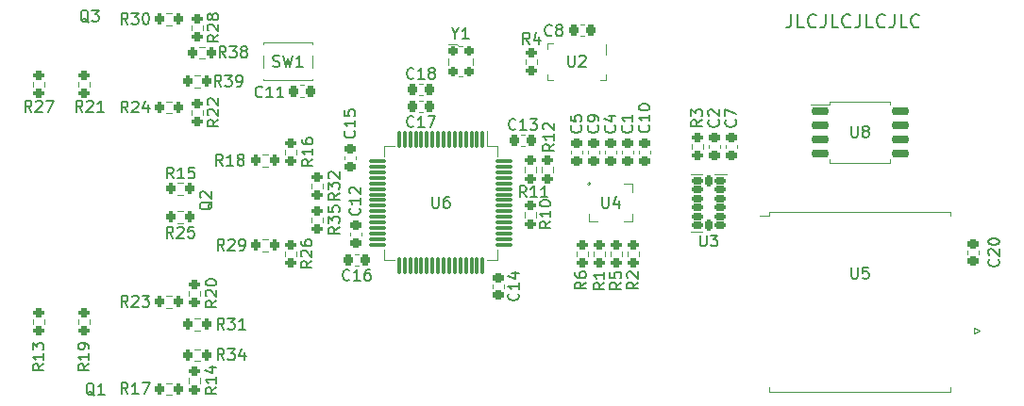
<source format=gto>
%TF.GenerationSoftware,KiCad,Pcbnew,(6.0.5)*%
%TF.CreationDate,2023-05-13T15:18:51-04:00*%
%TF.ProjectId,SAP Mk2,53415020-4d6b-4322-9e6b-696361645f70,rev?*%
%TF.SameCoordinates,Original*%
%TF.FileFunction,Legend,Top*%
%TF.FilePolarity,Positive*%
%FSLAX46Y46*%
G04 Gerber Fmt 4.6, Leading zero omitted, Abs format (unit mm)*
G04 Created by KiCad (PCBNEW (6.0.5)) date 2023-05-13 15:18:51*
%MOMM*%
%LPD*%
G01*
G04 APERTURE LIST*
G04 Aperture macros list*
%AMRoundRect*
0 Rectangle with rounded corners*
0 $1 Rounding radius*
0 $2 $3 $4 $5 $6 $7 $8 $9 X,Y pos of 4 corners*
0 Add a 4 corners polygon primitive as box body*
4,1,4,$2,$3,$4,$5,$6,$7,$8,$9,$2,$3,0*
0 Add four circle primitives for the rounded corners*
1,1,$1+$1,$2,$3*
1,1,$1+$1,$4,$5*
1,1,$1+$1,$6,$7*
1,1,$1+$1,$8,$9*
0 Add four rect primitives between the rounded corners*
20,1,$1+$1,$2,$3,$4,$5,0*
20,1,$1+$1,$4,$5,$6,$7,0*
20,1,$1+$1,$6,$7,$8,$9,0*
20,1,$1+$1,$8,$9,$2,$3,0*%
%AMFreePoly0*
4,1,9,-0.284426,1.863909,0.285574,1.863909,0.285574,3.063909,0.985574,3.063909,0.985574,-2.236091,-0.984426,-2.236091,-0.984426,3.063909,-0.284426,3.063909,-0.284426,1.863909,-0.284426,1.863909,$1*%
%AMFreePoly1*
4,1,9,-0.313160,1.982989,0.256840,1.982989,0.256840,3.182989,0.956840,3.182989,0.956840,-2.117011,-1.013160,-2.117011,-1.013160,3.182989,-0.313160,3.182989,-0.313160,1.982989,-0.313160,1.982989,$1*%
G04 Aperture macros list end*
%ADD10C,0.153000*%
%ADD11C,0.150000*%
%ADD12C,0.120000*%
%ADD13RoundRect,0.200000X0.200000X0.275000X-0.200000X0.275000X-0.200000X-0.275000X0.200000X-0.275000X0*%
%ADD14RoundRect,0.225000X-0.225000X-0.250000X0.225000X-0.250000X0.225000X0.250000X-0.225000X0.250000X0*%
%ADD15RoundRect,0.200000X0.275000X-0.200000X0.275000X0.200000X-0.275000X0.200000X-0.275000X-0.200000X0*%
%ADD16RoundRect,0.225000X0.250000X-0.225000X0.250000X0.225000X-0.250000X0.225000X-0.250000X-0.225000X0*%
%ADD17RoundRect,0.225000X-0.250000X0.225000X-0.250000X-0.225000X0.250000X-0.225000X0.250000X0.225000X0*%
%ADD18C,5.500000*%
%ADD19R,1.150000X0.700000*%
%ADD20FreePoly0,90.000000*%
%ADD21FreePoly1,90.000000*%
%ADD22RoundRect,0.200000X-0.275000X0.200000X-0.275000X-0.200000X0.275000X-0.200000X0.275000X0.200000X0*%
%ADD23RoundRect,0.200000X-0.200000X-0.250000X0.200000X-0.250000X0.200000X0.250000X-0.200000X0.250000X0*%
%ADD24RoundRect,0.225000X0.225000X0.250000X-0.225000X0.250000X-0.225000X-0.250000X0.225000X-0.250000X0*%
%ADD25R,4.190000X1.780000*%
%ADD26R,4.190000X1.500000*%
%ADD27R,2.000000X1.000000*%
%ADD28R,1.050000X0.650000*%
%ADD29RoundRect,0.150000X0.325000X0.150000X-0.325000X0.150000X-0.325000X-0.150000X0.325000X-0.150000X0*%
%ADD30RoundRect,0.150000X0.150000X0.325000X-0.150000X0.325000X-0.150000X-0.325000X0.150000X-0.325000X0*%
%ADD31RoundRect,0.075000X-0.075000X0.700000X-0.075000X-0.700000X0.075000X-0.700000X0.075000X0.700000X0*%
%ADD32RoundRect,0.075000X-0.700000X0.075000X-0.700000X-0.075000X0.700000X-0.075000X0.700000X0.075000X0*%
%ADD33R,0.550000X0.950000*%
%ADD34R,0.230000X0.350000*%
%ADD35R,0.350000X0.230000*%
%ADD36RoundRect,0.150000X-0.650000X-0.150000X0.650000X-0.150000X0.650000X0.150000X-0.650000X0.150000X0*%
%ADD37R,1.700000X1.700000*%
%ADD38O,1.700000X1.700000*%
%ADD39O,1.050000X1.900000*%
%ADD40R,2.100000X2.100000*%
%ADD41C,2.100000*%
%ADD42C,3.000000*%
%ADD43R,1.600000X1.600000*%
%ADD44C,1.600000*%
G04 APERTURE END LIST*
D10*
X176727542Y-102416057D02*
X176727542Y-103273200D01*
X176670400Y-103444628D01*
X176556114Y-103558914D01*
X176384685Y-103616057D01*
X176270400Y-103616057D01*
X177870400Y-103616057D02*
X177298971Y-103616057D01*
X177298971Y-102416057D01*
X178956114Y-103501771D02*
X178898971Y-103558914D01*
X178727542Y-103616057D01*
X178613257Y-103616057D01*
X178441828Y-103558914D01*
X178327542Y-103444628D01*
X178270400Y-103330342D01*
X178213257Y-103101771D01*
X178213257Y-102930342D01*
X178270400Y-102701771D01*
X178327542Y-102587485D01*
X178441828Y-102473200D01*
X178613257Y-102416057D01*
X178727542Y-102416057D01*
X178898971Y-102473200D01*
X178956114Y-102530342D01*
X179813257Y-102416057D02*
X179813257Y-103273200D01*
X179756114Y-103444628D01*
X179641828Y-103558914D01*
X179470400Y-103616057D01*
X179356114Y-103616057D01*
X180956114Y-103616057D02*
X180384685Y-103616057D01*
X180384685Y-102416057D01*
X182041828Y-103501771D02*
X181984685Y-103558914D01*
X181813257Y-103616057D01*
X181698971Y-103616057D01*
X181527542Y-103558914D01*
X181413257Y-103444628D01*
X181356114Y-103330342D01*
X181298971Y-103101771D01*
X181298971Y-102930342D01*
X181356114Y-102701771D01*
X181413257Y-102587485D01*
X181527542Y-102473200D01*
X181698971Y-102416057D01*
X181813257Y-102416057D01*
X181984685Y-102473200D01*
X182041828Y-102530342D01*
X182898971Y-102416057D02*
X182898971Y-103273200D01*
X182841828Y-103444628D01*
X182727542Y-103558914D01*
X182556114Y-103616057D01*
X182441828Y-103616057D01*
X184041828Y-103616057D02*
X183470400Y-103616057D01*
X183470400Y-102416057D01*
X185127542Y-103501771D02*
X185070400Y-103558914D01*
X184898971Y-103616057D01*
X184784685Y-103616057D01*
X184613257Y-103558914D01*
X184498971Y-103444628D01*
X184441828Y-103330342D01*
X184384685Y-103101771D01*
X184384685Y-102930342D01*
X184441828Y-102701771D01*
X184498971Y-102587485D01*
X184613257Y-102473200D01*
X184784685Y-102416057D01*
X184898971Y-102416057D01*
X185070400Y-102473200D01*
X185127542Y-102530342D01*
X185984685Y-102416057D02*
X185984685Y-103273200D01*
X185927542Y-103444628D01*
X185813257Y-103558914D01*
X185641828Y-103616057D01*
X185527542Y-103616057D01*
X187127542Y-103616057D02*
X186556114Y-103616057D01*
X186556114Y-102416057D01*
X188213257Y-103501771D02*
X188156114Y-103558914D01*
X187984685Y-103616057D01*
X187870400Y-103616057D01*
X187698971Y-103558914D01*
X187584685Y-103444628D01*
X187527542Y-103330342D01*
X187470400Y-103101771D01*
X187470400Y-102930342D01*
X187527542Y-102701771D01*
X187584685Y-102587485D01*
X187698971Y-102473200D01*
X187870400Y-102416057D01*
X187984685Y-102416057D01*
X188156114Y-102473200D01*
X188213257Y-102530342D01*
D11*
%TO.C,R38*%
X126001542Y-106319580D02*
X125668209Y-105843390D01*
X125430114Y-106319580D02*
X125430114Y-105319580D01*
X125811066Y-105319580D01*
X125906304Y-105367200D01*
X125953923Y-105414819D01*
X126001542Y-105510057D01*
X126001542Y-105652914D01*
X125953923Y-105748152D01*
X125906304Y-105795771D01*
X125811066Y-105843390D01*
X125430114Y-105843390D01*
X126334876Y-105319580D02*
X126953923Y-105319580D01*
X126620590Y-105700533D01*
X126763447Y-105700533D01*
X126858685Y-105748152D01*
X126906304Y-105795771D01*
X126953923Y-105891009D01*
X126953923Y-106129104D01*
X126906304Y-106224342D01*
X126858685Y-106271961D01*
X126763447Y-106319580D01*
X126477733Y-106319580D01*
X126382495Y-106271961D01*
X126334876Y-106224342D01*
X127525352Y-105748152D02*
X127430114Y-105700533D01*
X127382495Y-105652914D01*
X127334876Y-105557676D01*
X127334876Y-105510057D01*
X127382495Y-105414819D01*
X127430114Y-105367200D01*
X127525352Y-105319580D01*
X127715828Y-105319580D01*
X127811066Y-105367200D01*
X127858685Y-105414819D01*
X127906304Y-105510057D01*
X127906304Y-105557676D01*
X127858685Y-105652914D01*
X127811066Y-105700533D01*
X127715828Y-105748152D01*
X127525352Y-105748152D01*
X127430114Y-105795771D01*
X127382495Y-105843390D01*
X127334876Y-105938628D01*
X127334876Y-106129104D01*
X127382495Y-106224342D01*
X127430114Y-106271961D01*
X127525352Y-106319580D01*
X127715828Y-106319580D01*
X127811066Y-106271961D01*
X127858685Y-106224342D01*
X127906304Y-106129104D01*
X127906304Y-105938628D01*
X127858685Y-105843390D01*
X127811066Y-105795771D01*
X127715828Y-105748152D01*
%TO.C,C8*%
X155241568Y-104272840D02*
X155193949Y-104320459D01*
X155051092Y-104368078D01*
X154955854Y-104368078D01*
X154812996Y-104320459D01*
X154717758Y-104225221D01*
X154670139Y-104129983D01*
X154622520Y-103939507D01*
X154622520Y-103796650D01*
X154670139Y-103606174D01*
X154717758Y-103510936D01*
X154812996Y-103415698D01*
X154955854Y-103368078D01*
X155051092Y-103368078D01*
X155193949Y-103415698D01*
X155241568Y-103463317D01*
X155812996Y-103796650D02*
X155717758Y-103749031D01*
X155670139Y-103701412D01*
X155622520Y-103606174D01*
X155622520Y-103558555D01*
X155670139Y-103463317D01*
X155717758Y-103415698D01*
X155812996Y-103368078D01*
X156003473Y-103368078D01*
X156098711Y-103415698D01*
X156146330Y-103463317D01*
X156193949Y-103558555D01*
X156193949Y-103606174D01*
X156146330Y-103701412D01*
X156098711Y-103749031D01*
X156003473Y-103796650D01*
X155812996Y-103796650D01*
X155717758Y-103844269D01*
X155670139Y-103891888D01*
X155622520Y-103987126D01*
X155622520Y-104177602D01*
X155670139Y-104272840D01*
X155717758Y-104320459D01*
X155812996Y-104368078D01*
X156003473Y-104368078D01*
X156098711Y-104320459D01*
X156146330Y-104272840D01*
X156193949Y-104177602D01*
X156193949Y-103987126D01*
X156146330Y-103891888D01*
X156098711Y-103844269D01*
X156003473Y-103796650D01*
%TO.C,R11*%
X152957721Y-118860432D02*
X152624388Y-118384242D01*
X152386293Y-118860432D02*
X152386293Y-117860432D01*
X152767245Y-117860432D01*
X152862483Y-117908052D01*
X152910102Y-117955671D01*
X152957721Y-118050909D01*
X152957721Y-118193766D01*
X152910102Y-118289004D01*
X152862483Y-118336623D01*
X152767245Y-118384242D01*
X152386293Y-118384242D01*
X153910102Y-118860432D02*
X153338674Y-118860432D01*
X153624388Y-118860432D02*
X153624388Y-117860432D01*
X153529150Y-118003290D01*
X153433912Y-118098528D01*
X153338674Y-118146147D01*
X154862483Y-118860432D02*
X154291055Y-118860432D01*
X154576769Y-118860432D02*
X154576769Y-117860432D01*
X154481531Y-118003290D01*
X154386293Y-118098528D01*
X154291055Y-118146147D01*
%TO.C,C5*%
X157837142Y-112434666D02*
X157884761Y-112482285D01*
X157932380Y-112625142D01*
X157932380Y-112720380D01*
X157884761Y-112863238D01*
X157789523Y-112958476D01*
X157694285Y-113006095D01*
X157503809Y-113053714D01*
X157360952Y-113053714D01*
X157170476Y-113006095D01*
X157075238Y-112958476D01*
X156980000Y-112863238D01*
X156932380Y-112720380D01*
X156932380Y-112625142D01*
X156980000Y-112482285D01*
X157027619Y-112434666D01*
X156932380Y-111529904D02*
X156932380Y-112006095D01*
X157408571Y-112053714D01*
X157360952Y-112006095D01*
X157313333Y-111910857D01*
X157313333Y-111672761D01*
X157360952Y-111577523D01*
X157408571Y-111529904D01*
X157503809Y-111482285D01*
X157741904Y-111482285D01*
X157837142Y-111529904D01*
X157884761Y-111577523D01*
X157932380Y-111672761D01*
X157932380Y-111910857D01*
X157884761Y-112006095D01*
X157837142Y-112053714D01*
%TO.C,R14*%
X125166380Y-135974057D02*
X124690190Y-136307390D01*
X125166380Y-136545485D02*
X124166380Y-136545485D01*
X124166380Y-136164533D01*
X124214000Y-136069295D01*
X124261619Y-136021676D01*
X124356857Y-135974057D01*
X124499714Y-135974057D01*
X124594952Y-136021676D01*
X124642571Y-136069295D01*
X124690190Y-136164533D01*
X124690190Y-136545485D01*
X125166380Y-135021676D02*
X125166380Y-135593104D01*
X125166380Y-135307390D02*
X124166380Y-135307390D01*
X124309238Y-135402628D01*
X124404476Y-135497866D01*
X124452095Y-135593104D01*
X124499714Y-134164533D02*
X125166380Y-134164533D01*
X124118761Y-134402628D02*
X124833047Y-134640723D01*
X124833047Y-134021676D01*
%TO.C,C12*%
X137974342Y-119870457D02*
X138021961Y-119918076D01*
X138069580Y-120060933D01*
X138069580Y-120156171D01*
X138021961Y-120299028D01*
X137926723Y-120394266D01*
X137831485Y-120441885D01*
X137641009Y-120489504D01*
X137498152Y-120489504D01*
X137307676Y-120441885D01*
X137212438Y-120394266D01*
X137117200Y-120299028D01*
X137069580Y-120156171D01*
X137069580Y-120060933D01*
X137117200Y-119918076D01*
X137164819Y-119870457D01*
X138069580Y-118918076D02*
X138069580Y-119489504D01*
X138069580Y-119203790D02*
X137069580Y-119203790D01*
X137212438Y-119299028D01*
X137307676Y-119394266D01*
X137355295Y-119489504D01*
X137164819Y-118537123D02*
X137117200Y-118489504D01*
X137069580Y-118394266D01*
X137069580Y-118156171D01*
X137117200Y-118060933D01*
X137164819Y-118013314D01*
X137260057Y-117965695D01*
X137355295Y-117965695D01*
X137498152Y-118013314D01*
X138069580Y-118584742D01*
X138069580Y-117965695D01*
%TO.C,R12*%
X155453760Y-114111195D02*
X154977570Y-114444528D01*
X155453760Y-114682623D02*
X154453760Y-114682623D01*
X154453760Y-114301671D01*
X154501380Y-114206433D01*
X154548999Y-114158814D01*
X154644237Y-114111195D01*
X154787094Y-114111195D01*
X154882332Y-114158814D01*
X154929951Y-114206433D01*
X154977570Y-114301671D01*
X154977570Y-114682623D01*
X155453760Y-113158814D02*
X155453760Y-113730242D01*
X155453760Y-113444528D02*
X154453760Y-113444528D01*
X154596618Y-113539766D01*
X154691856Y-113635004D01*
X154739475Y-113730242D01*
X154548999Y-112777861D02*
X154501380Y-112730242D01*
X154453760Y-112635004D01*
X154453760Y-112396909D01*
X154501380Y-112301671D01*
X154548999Y-112254052D01*
X154644237Y-112206433D01*
X154739475Y-112206433D01*
X154882332Y-112254052D01*
X155453760Y-112825480D01*
X155453760Y-112206433D01*
%TO.C,Q1*%
X114204761Y-136691619D02*
X114109523Y-136644000D01*
X114014285Y-136548761D01*
X113871428Y-136405904D01*
X113776190Y-136358285D01*
X113680952Y-136358285D01*
X113728571Y-136596380D02*
X113633333Y-136548761D01*
X113538095Y-136453523D01*
X113490476Y-136263047D01*
X113490476Y-135929714D01*
X113538095Y-135739238D01*
X113633333Y-135644000D01*
X113728571Y-135596380D01*
X113919047Y-135596380D01*
X114014285Y-135644000D01*
X114109523Y-135739238D01*
X114157142Y-135929714D01*
X114157142Y-136263047D01*
X114109523Y-136453523D01*
X114014285Y-136548761D01*
X113919047Y-136596380D01*
X113728571Y-136596380D01*
X115109523Y-136596380D02*
X114538095Y-136596380D01*
X114823809Y-136596380D02*
X114823809Y-135596380D01*
X114728571Y-135739238D01*
X114633333Y-135834476D01*
X114538095Y-135882095D01*
%TO.C,C2*%
X170172142Y-111926666D02*
X170219761Y-111974285D01*
X170267380Y-112117142D01*
X170267380Y-112212380D01*
X170219761Y-112355238D01*
X170124523Y-112450476D01*
X170029285Y-112498095D01*
X169838809Y-112545714D01*
X169695952Y-112545714D01*
X169505476Y-112498095D01*
X169410238Y-112450476D01*
X169315000Y-112355238D01*
X169267380Y-112212380D01*
X169267380Y-112117142D01*
X169315000Y-111974285D01*
X169362619Y-111926666D01*
X169362619Y-111545714D02*
X169315000Y-111498095D01*
X169267380Y-111402857D01*
X169267380Y-111164761D01*
X169315000Y-111069523D01*
X169362619Y-111021904D01*
X169457857Y-110974285D01*
X169553095Y-110974285D01*
X169695952Y-111021904D01*
X170267380Y-111593333D01*
X170267380Y-110974285D01*
%TO.C,R20*%
X125166380Y-128150857D02*
X124690190Y-128484190D01*
X125166380Y-128722285D02*
X124166380Y-128722285D01*
X124166380Y-128341333D01*
X124214000Y-128246095D01*
X124261619Y-128198476D01*
X124356857Y-128150857D01*
X124499714Y-128150857D01*
X124594952Y-128198476D01*
X124642571Y-128246095D01*
X124690190Y-128341333D01*
X124690190Y-128722285D01*
X124261619Y-127769904D02*
X124214000Y-127722285D01*
X124166380Y-127627047D01*
X124166380Y-127388952D01*
X124214000Y-127293714D01*
X124261619Y-127246095D01*
X124356857Y-127198476D01*
X124452095Y-127198476D01*
X124594952Y-127246095D01*
X125166380Y-127817523D01*
X125166380Y-127198476D01*
X124166380Y-126579428D02*
X124166380Y-126484190D01*
X124214000Y-126388952D01*
X124261619Y-126341333D01*
X124356857Y-126293714D01*
X124547333Y-126246095D01*
X124785428Y-126246095D01*
X124975904Y-126293714D01*
X125071142Y-126341333D01*
X125118761Y-126388952D01*
X125166380Y-126484190D01*
X125166380Y-126579428D01*
X125118761Y-126674666D01*
X125071142Y-126722285D01*
X124975904Y-126769904D01*
X124785428Y-126817523D01*
X124547333Y-126817523D01*
X124356857Y-126769904D01*
X124261619Y-126722285D01*
X124214000Y-126674666D01*
X124166380Y-126579428D01*
%TO.C,R1*%
X159964381Y-126549690D02*
X159488191Y-126883024D01*
X159964381Y-127121119D02*
X158964381Y-127121119D01*
X158964381Y-126740166D01*
X159012001Y-126644928D01*
X159059620Y-126597309D01*
X159154858Y-126549690D01*
X159297715Y-126549690D01*
X159392953Y-126597309D01*
X159440572Y-126644928D01*
X159488191Y-126740166D01*
X159488191Y-127121119D01*
X159964381Y-125597309D02*
X159964381Y-126168738D01*
X159964381Y-125883024D02*
X158964381Y-125883024D01*
X159107239Y-125978262D01*
X159202477Y-126073500D01*
X159250096Y-126168738D01*
%TO.C,Y1*%
X146589809Y-104156190D02*
X146589809Y-104632380D01*
X146256476Y-103632380D02*
X146589809Y-104156190D01*
X146923142Y-103632380D01*
X147780285Y-104632380D02*
X147208857Y-104632380D01*
X147494571Y-104632380D02*
X147494571Y-103632380D01*
X147399333Y-103775238D01*
X147304095Y-103870476D01*
X147208857Y-103918095D01*
%TO.C,C11*%
X129273631Y-109801120D02*
X129226012Y-109848739D01*
X129083155Y-109896358D01*
X128987917Y-109896358D01*
X128845060Y-109848739D01*
X128749822Y-109753501D01*
X128702203Y-109658263D01*
X128654584Y-109467787D01*
X128654584Y-109324930D01*
X128702203Y-109134454D01*
X128749822Y-109039216D01*
X128845060Y-108943978D01*
X128987917Y-108896358D01*
X129083155Y-108896358D01*
X129226012Y-108943978D01*
X129273631Y-108991597D01*
X130226012Y-109896358D02*
X129654584Y-109896358D01*
X129940298Y-109896358D02*
X129940298Y-108896358D01*
X129845060Y-109039216D01*
X129749822Y-109134454D01*
X129654584Y-109182073D01*
X131178393Y-109896358D02*
X130606965Y-109896358D01*
X130892679Y-109896358D02*
X130892679Y-108896358D01*
X130797441Y-109039216D01*
X130702203Y-109134454D01*
X130606965Y-109182073D01*
%TO.C,R28*%
X125326380Y-104274857D02*
X124850190Y-104608190D01*
X125326380Y-104846285D02*
X124326380Y-104846285D01*
X124326380Y-104465333D01*
X124374000Y-104370095D01*
X124421619Y-104322476D01*
X124516857Y-104274857D01*
X124659714Y-104274857D01*
X124754952Y-104322476D01*
X124802571Y-104370095D01*
X124850190Y-104465333D01*
X124850190Y-104846285D01*
X124421619Y-103893904D02*
X124374000Y-103846285D01*
X124326380Y-103751047D01*
X124326380Y-103512952D01*
X124374000Y-103417714D01*
X124421619Y-103370095D01*
X124516857Y-103322476D01*
X124612095Y-103322476D01*
X124754952Y-103370095D01*
X125326380Y-103941523D01*
X125326380Y-103322476D01*
X124754952Y-102751047D02*
X124707333Y-102846285D01*
X124659714Y-102893904D01*
X124564476Y-102941523D01*
X124516857Y-102941523D01*
X124421619Y-102893904D01*
X124374000Y-102846285D01*
X124326380Y-102751047D01*
X124326380Y-102560571D01*
X124374000Y-102465333D01*
X124421619Y-102417714D01*
X124516857Y-102370095D01*
X124564476Y-102370095D01*
X124659714Y-102417714D01*
X124707333Y-102465333D01*
X124754952Y-102560571D01*
X124754952Y-102751047D01*
X124802571Y-102846285D01*
X124850190Y-102893904D01*
X124945428Y-102941523D01*
X125135904Y-102941523D01*
X125231142Y-102893904D01*
X125278761Y-102846285D01*
X125326380Y-102751047D01*
X125326380Y-102560571D01*
X125278761Y-102465333D01*
X125231142Y-102417714D01*
X125135904Y-102370095D01*
X124945428Y-102370095D01*
X124850190Y-102417714D01*
X124802571Y-102465333D01*
X124754952Y-102560571D01*
%TO.C,C9*%
X159361142Y-112434666D02*
X159408761Y-112482285D01*
X159456380Y-112625142D01*
X159456380Y-112720380D01*
X159408761Y-112863238D01*
X159313523Y-112958476D01*
X159218285Y-113006095D01*
X159027809Y-113053714D01*
X158884952Y-113053714D01*
X158694476Y-113006095D01*
X158599238Y-112958476D01*
X158504000Y-112863238D01*
X158456380Y-112720380D01*
X158456380Y-112625142D01*
X158504000Y-112482285D01*
X158551619Y-112434666D01*
X159456380Y-111958476D02*
X159456380Y-111768000D01*
X159408761Y-111672761D01*
X159361142Y-111625142D01*
X159218285Y-111529904D01*
X159027809Y-111482285D01*
X158646857Y-111482285D01*
X158551619Y-111529904D01*
X158504000Y-111577523D01*
X158456380Y-111672761D01*
X158456380Y-111863238D01*
X158504000Y-111958476D01*
X158551619Y-112006095D01*
X158646857Y-112053714D01*
X158884952Y-112053714D01*
X158980190Y-112006095D01*
X159027809Y-111958476D01*
X159075428Y-111863238D01*
X159075428Y-111672761D01*
X159027809Y-111577523D01*
X158980190Y-111529904D01*
X158884952Y-111482285D01*
%TO.C,R16*%
X133802380Y-115450857D02*
X133326190Y-115784190D01*
X133802380Y-116022285D02*
X132802380Y-116022285D01*
X132802380Y-115641333D01*
X132850000Y-115546095D01*
X132897619Y-115498476D01*
X132992857Y-115450857D01*
X133135714Y-115450857D01*
X133230952Y-115498476D01*
X133278571Y-115546095D01*
X133326190Y-115641333D01*
X133326190Y-116022285D01*
X133802380Y-114498476D02*
X133802380Y-115069904D01*
X133802380Y-114784190D02*
X132802380Y-114784190D01*
X132945238Y-114879428D01*
X133040476Y-114974666D01*
X133088095Y-115069904D01*
X132802380Y-113641333D02*
X132802380Y-113831809D01*
X132850000Y-113927047D01*
X132897619Y-113974666D01*
X133040476Y-114069904D01*
X133230952Y-114117523D01*
X133611904Y-114117523D01*
X133707142Y-114069904D01*
X133754761Y-114022285D01*
X133802380Y-113927047D01*
X133802380Y-113736571D01*
X133754761Y-113641333D01*
X133707142Y-113593714D01*
X133611904Y-113546095D01*
X133373809Y-113546095D01*
X133278571Y-113593714D01*
X133230952Y-113641333D01*
X133183333Y-113736571D01*
X133183333Y-113927047D01*
X133230952Y-114022285D01*
X133278571Y-114069904D01*
X133373809Y-114117523D01*
%TO.C,R31*%
X125849142Y-130754380D02*
X125515809Y-130278190D01*
X125277714Y-130754380D02*
X125277714Y-129754380D01*
X125658666Y-129754380D01*
X125753904Y-129802000D01*
X125801523Y-129849619D01*
X125849142Y-129944857D01*
X125849142Y-130087714D01*
X125801523Y-130182952D01*
X125753904Y-130230571D01*
X125658666Y-130278190D01*
X125277714Y-130278190D01*
X126182476Y-129754380D02*
X126801523Y-129754380D01*
X126468190Y-130135333D01*
X126611047Y-130135333D01*
X126706285Y-130182952D01*
X126753904Y-130230571D01*
X126801523Y-130325809D01*
X126801523Y-130563904D01*
X126753904Y-130659142D01*
X126706285Y-130706761D01*
X126611047Y-130754380D01*
X126325333Y-130754380D01*
X126230095Y-130706761D01*
X126182476Y-130659142D01*
X127753904Y-130754380D02*
X127182476Y-130754380D01*
X127468190Y-130754380D02*
X127468190Y-129754380D01*
X127372952Y-129897238D01*
X127277714Y-129992476D01*
X127182476Y-130040095D01*
%TO.C,R6*%
X158316430Y-126510521D02*
X157840240Y-126843855D01*
X158316430Y-127081950D02*
X157316430Y-127081950D01*
X157316430Y-126700997D01*
X157364050Y-126605759D01*
X157411669Y-126558140D01*
X157506907Y-126510521D01*
X157649764Y-126510521D01*
X157745002Y-126558140D01*
X157792621Y-126605759D01*
X157840240Y-126700997D01*
X157840240Y-127081950D01*
X157316430Y-125653378D02*
X157316430Y-125843855D01*
X157364050Y-125939093D01*
X157411669Y-125986712D01*
X157554526Y-126081950D01*
X157745002Y-126129569D01*
X158125954Y-126129569D01*
X158221192Y-126081950D01*
X158268811Y-126034331D01*
X158316430Y-125939093D01*
X158316430Y-125748616D01*
X158268811Y-125653378D01*
X158221192Y-125605759D01*
X158125954Y-125558140D01*
X157887859Y-125558140D01*
X157792621Y-125605759D01*
X157745002Y-125653378D01*
X157697383Y-125748616D01*
X157697383Y-125939093D01*
X157745002Y-126034331D01*
X157792621Y-126081950D01*
X157887859Y-126129569D01*
%TO.C,C4*%
X160885142Y-112434666D02*
X160932761Y-112482285D01*
X160980380Y-112625142D01*
X160980380Y-112720380D01*
X160932761Y-112863238D01*
X160837523Y-112958476D01*
X160742285Y-113006095D01*
X160551809Y-113053714D01*
X160408952Y-113053714D01*
X160218476Y-113006095D01*
X160123238Y-112958476D01*
X160028000Y-112863238D01*
X159980380Y-112720380D01*
X159980380Y-112625142D01*
X160028000Y-112482285D01*
X160075619Y-112434666D01*
X160313714Y-111577523D02*
X160980380Y-111577523D01*
X159932761Y-111815619D02*
X160647047Y-112053714D01*
X160647047Y-111434666D01*
%TO.C,C13*%
X151999142Y-112719142D02*
X151951523Y-112766761D01*
X151808666Y-112814380D01*
X151713428Y-112814380D01*
X151570571Y-112766761D01*
X151475333Y-112671523D01*
X151427714Y-112576285D01*
X151380095Y-112385809D01*
X151380095Y-112242952D01*
X151427714Y-112052476D01*
X151475333Y-111957238D01*
X151570571Y-111862000D01*
X151713428Y-111814380D01*
X151808666Y-111814380D01*
X151951523Y-111862000D01*
X151999142Y-111909619D01*
X152951523Y-112814380D02*
X152380095Y-112814380D01*
X152665809Y-112814380D02*
X152665809Y-111814380D01*
X152570571Y-111957238D01*
X152475333Y-112052476D01*
X152380095Y-112100095D01*
X153284857Y-111814380D02*
X153903904Y-111814380D01*
X153570571Y-112195333D01*
X153713428Y-112195333D01*
X153808666Y-112242952D01*
X153856285Y-112290571D01*
X153903904Y-112385809D01*
X153903904Y-112623904D01*
X153856285Y-112719142D01*
X153808666Y-112766761D01*
X153713428Y-112814380D01*
X153427714Y-112814380D01*
X153332476Y-112766761D01*
X153284857Y-112719142D01*
%TO.C,C20*%
X195302142Y-124467857D02*
X195349761Y-124515476D01*
X195397380Y-124658333D01*
X195397380Y-124753571D01*
X195349761Y-124896428D01*
X195254523Y-124991666D01*
X195159285Y-125039285D01*
X194968809Y-125086904D01*
X194825952Y-125086904D01*
X194635476Y-125039285D01*
X194540238Y-124991666D01*
X194445000Y-124896428D01*
X194397380Y-124753571D01*
X194397380Y-124658333D01*
X194445000Y-124515476D01*
X194492619Y-124467857D01*
X194492619Y-124086904D02*
X194445000Y-124039285D01*
X194397380Y-123944047D01*
X194397380Y-123705952D01*
X194445000Y-123610714D01*
X194492619Y-123563095D01*
X194587857Y-123515476D01*
X194683095Y-123515476D01*
X194825952Y-123563095D01*
X195397380Y-124134523D01*
X195397380Y-123515476D01*
X194397380Y-122896428D02*
X194397380Y-122801190D01*
X194445000Y-122705952D01*
X194492619Y-122658333D01*
X194587857Y-122610714D01*
X194778333Y-122563095D01*
X195016428Y-122563095D01*
X195206904Y-122610714D01*
X195302142Y-122658333D01*
X195349761Y-122705952D01*
X195397380Y-122801190D01*
X195397380Y-122896428D01*
X195349761Y-122991666D01*
X195302142Y-123039285D01*
X195206904Y-123086904D01*
X195016428Y-123134523D01*
X194778333Y-123134523D01*
X194587857Y-123086904D01*
X194492619Y-123039285D01*
X194445000Y-122991666D01*
X194397380Y-122896428D01*
%TO.C,R24*%
X117213142Y-111247180D02*
X116879809Y-110770990D01*
X116641714Y-111247180D02*
X116641714Y-110247180D01*
X117022666Y-110247180D01*
X117117904Y-110294800D01*
X117165523Y-110342419D01*
X117213142Y-110437657D01*
X117213142Y-110580514D01*
X117165523Y-110675752D01*
X117117904Y-110723371D01*
X117022666Y-110770990D01*
X116641714Y-110770990D01*
X117594095Y-110342419D02*
X117641714Y-110294800D01*
X117736952Y-110247180D01*
X117975047Y-110247180D01*
X118070285Y-110294800D01*
X118117904Y-110342419D01*
X118165523Y-110437657D01*
X118165523Y-110532895D01*
X118117904Y-110675752D01*
X117546476Y-111247180D01*
X118165523Y-111247180D01*
X119022666Y-110580514D02*
X119022666Y-111247180D01*
X118784571Y-110199561D02*
X118546476Y-110913847D01*
X119165523Y-110913847D01*
%TO.C,U5*%
X182118095Y-125182380D02*
X182118095Y-125991904D01*
X182165714Y-126087142D01*
X182213333Y-126134761D01*
X182308571Y-126182380D01*
X182499047Y-126182380D01*
X182594285Y-126134761D01*
X182641904Y-126087142D01*
X182689523Y-125991904D01*
X182689523Y-125182380D01*
X183641904Y-125182380D02*
X183165714Y-125182380D01*
X183118095Y-125658571D01*
X183165714Y-125610952D01*
X183260952Y-125563333D01*
X183499047Y-125563333D01*
X183594285Y-125610952D01*
X183641904Y-125658571D01*
X183689523Y-125753809D01*
X183689523Y-125991904D01*
X183641904Y-126087142D01*
X183594285Y-126134761D01*
X183499047Y-126182380D01*
X183260952Y-126182380D01*
X183165714Y-126134761D01*
X183118095Y-126087142D01*
%TO.C,R21*%
X113149142Y-111196380D02*
X112815809Y-110720190D01*
X112577714Y-111196380D02*
X112577714Y-110196380D01*
X112958666Y-110196380D01*
X113053904Y-110244000D01*
X113101523Y-110291619D01*
X113149142Y-110386857D01*
X113149142Y-110529714D01*
X113101523Y-110624952D01*
X113053904Y-110672571D01*
X112958666Y-110720190D01*
X112577714Y-110720190D01*
X113530095Y-110291619D02*
X113577714Y-110244000D01*
X113672952Y-110196380D01*
X113911047Y-110196380D01*
X114006285Y-110244000D01*
X114053904Y-110291619D01*
X114101523Y-110386857D01*
X114101523Y-110482095D01*
X114053904Y-110624952D01*
X113482476Y-111196380D01*
X114101523Y-111196380D01*
X115053904Y-111196380D02*
X114482476Y-111196380D01*
X114768190Y-111196380D02*
X114768190Y-110196380D01*
X114672952Y-110339238D01*
X114577714Y-110434476D01*
X114482476Y-110482095D01*
%TO.C,R4*%
X153249333Y-105100380D02*
X152916000Y-104624190D01*
X152677904Y-105100380D02*
X152677904Y-104100380D01*
X153058857Y-104100380D01*
X153154095Y-104148000D01*
X153201714Y-104195619D01*
X153249333Y-104290857D01*
X153249333Y-104433714D01*
X153201714Y-104528952D01*
X153154095Y-104576571D01*
X153058857Y-104624190D01*
X152677904Y-104624190D01*
X154106476Y-104433714D02*
X154106476Y-105100380D01*
X153868380Y-104052761D02*
X153630285Y-104767047D01*
X154249333Y-104767047D01*
%TO.C,Q2*%
X124777389Y-119259376D02*
X124729770Y-119354614D01*
X124634531Y-119449852D01*
X124491674Y-119592709D01*
X124444055Y-119687947D01*
X124444055Y-119783185D01*
X124682150Y-119735566D02*
X124634531Y-119830804D01*
X124539293Y-119926042D01*
X124348817Y-119973661D01*
X124015484Y-119973661D01*
X123825008Y-119926042D01*
X123729770Y-119830804D01*
X123682150Y-119735566D01*
X123682150Y-119545090D01*
X123729770Y-119449852D01*
X123825008Y-119354614D01*
X124015484Y-119306995D01*
X124348817Y-119306995D01*
X124539293Y-119354614D01*
X124634531Y-119449852D01*
X124682150Y-119545090D01*
X124682150Y-119735566D01*
X123777389Y-118926042D02*
X123729770Y-118878423D01*
X123682150Y-118783185D01*
X123682150Y-118545090D01*
X123729770Y-118449852D01*
X123777389Y-118402233D01*
X123872627Y-118354614D01*
X123967865Y-118354614D01*
X124110722Y-118402233D01*
X124682150Y-118973661D01*
X124682150Y-118354614D01*
%TO.C,R10*%
X155138380Y-121038857D02*
X154662190Y-121372190D01*
X155138380Y-121610285D02*
X154138380Y-121610285D01*
X154138380Y-121229333D01*
X154186000Y-121134095D01*
X154233619Y-121086476D01*
X154328857Y-121038857D01*
X154471714Y-121038857D01*
X154566952Y-121086476D01*
X154614571Y-121134095D01*
X154662190Y-121229333D01*
X154662190Y-121610285D01*
X155138380Y-120086476D02*
X155138380Y-120657904D01*
X155138380Y-120372190D02*
X154138380Y-120372190D01*
X154281238Y-120467428D01*
X154376476Y-120562666D01*
X154424095Y-120657904D01*
X154138380Y-119467428D02*
X154138380Y-119372190D01*
X154186000Y-119276952D01*
X154233619Y-119229333D01*
X154328857Y-119181714D01*
X154519333Y-119134095D01*
X154757428Y-119134095D01*
X154947904Y-119181714D01*
X155043142Y-119229333D01*
X155090761Y-119276952D01*
X155138380Y-119372190D01*
X155138380Y-119467428D01*
X155090761Y-119562666D01*
X155043142Y-119610285D01*
X154947904Y-119657904D01*
X154757428Y-119705523D01*
X154519333Y-119705523D01*
X154328857Y-119657904D01*
X154233619Y-119610285D01*
X154186000Y-119562666D01*
X154138380Y-119467428D01*
%TO.C,R30*%
X117213142Y-103322380D02*
X116879809Y-102846190D01*
X116641714Y-103322380D02*
X116641714Y-102322380D01*
X117022666Y-102322380D01*
X117117904Y-102370000D01*
X117165523Y-102417619D01*
X117213142Y-102512857D01*
X117213142Y-102655714D01*
X117165523Y-102750952D01*
X117117904Y-102798571D01*
X117022666Y-102846190D01*
X116641714Y-102846190D01*
X117546476Y-102322380D02*
X118165523Y-102322380D01*
X117832190Y-102703333D01*
X117975047Y-102703333D01*
X118070285Y-102750952D01*
X118117904Y-102798571D01*
X118165523Y-102893809D01*
X118165523Y-103131904D01*
X118117904Y-103227142D01*
X118070285Y-103274761D01*
X117975047Y-103322380D01*
X117689333Y-103322380D01*
X117594095Y-103274761D01*
X117546476Y-103227142D01*
X118784571Y-102322380D02*
X118879809Y-102322380D01*
X118975047Y-102370000D01*
X119022666Y-102417619D01*
X119070285Y-102512857D01*
X119117904Y-102703333D01*
X119117904Y-102941428D01*
X119070285Y-103131904D01*
X119022666Y-103227142D01*
X118975047Y-103274761D01*
X118879809Y-103322380D01*
X118784571Y-103322380D01*
X118689333Y-103274761D01*
X118641714Y-103227142D01*
X118594095Y-103131904D01*
X118546476Y-102941428D01*
X118546476Y-102703333D01*
X118594095Y-102512857D01*
X118641714Y-102417619D01*
X118689333Y-102370000D01*
X118784571Y-102322380D01*
%TO.C,C7*%
X171696142Y-111926666D02*
X171743761Y-111974285D01*
X171791380Y-112117142D01*
X171791380Y-112212380D01*
X171743761Y-112355238D01*
X171648523Y-112450476D01*
X171553285Y-112498095D01*
X171362809Y-112545714D01*
X171219952Y-112545714D01*
X171029476Y-112498095D01*
X170934238Y-112450476D01*
X170839000Y-112355238D01*
X170791380Y-112212380D01*
X170791380Y-112117142D01*
X170839000Y-111974285D01*
X170886619Y-111926666D01*
X170791380Y-111593333D02*
X170791380Y-110926666D01*
X171791380Y-111355238D01*
%TO.C,R23*%
X117213142Y-128722380D02*
X116879809Y-128246190D01*
X116641714Y-128722380D02*
X116641714Y-127722380D01*
X117022666Y-127722380D01*
X117117904Y-127770000D01*
X117165523Y-127817619D01*
X117213142Y-127912857D01*
X117213142Y-128055714D01*
X117165523Y-128150952D01*
X117117904Y-128198571D01*
X117022666Y-128246190D01*
X116641714Y-128246190D01*
X117594095Y-127817619D02*
X117641714Y-127770000D01*
X117736952Y-127722380D01*
X117975047Y-127722380D01*
X118070285Y-127770000D01*
X118117904Y-127817619D01*
X118165523Y-127912857D01*
X118165523Y-128008095D01*
X118117904Y-128150952D01*
X117546476Y-128722380D01*
X118165523Y-128722380D01*
X118498857Y-127722380D02*
X119117904Y-127722380D01*
X118784571Y-128103333D01*
X118927428Y-128103333D01*
X119022666Y-128150952D01*
X119070285Y-128198571D01*
X119117904Y-128293809D01*
X119117904Y-128531904D01*
X119070285Y-128627142D01*
X119022666Y-128674761D01*
X118927428Y-128722380D01*
X118641714Y-128722380D01*
X118546476Y-128674761D01*
X118498857Y-128627142D01*
%TO.C,SW1*%
X130238666Y-107084761D02*
X130381523Y-107132380D01*
X130619619Y-107132380D01*
X130714857Y-107084761D01*
X130762476Y-107037142D01*
X130810095Y-106941904D01*
X130810095Y-106846666D01*
X130762476Y-106751428D01*
X130714857Y-106703809D01*
X130619619Y-106656190D01*
X130429142Y-106608571D01*
X130333904Y-106560952D01*
X130286285Y-106513333D01*
X130238666Y-106418095D01*
X130238666Y-106322857D01*
X130286285Y-106227619D01*
X130333904Y-106180000D01*
X130429142Y-106132380D01*
X130667238Y-106132380D01*
X130810095Y-106180000D01*
X131143428Y-106132380D02*
X131381523Y-107132380D01*
X131572000Y-106418095D01*
X131762476Y-107132380D01*
X132000571Y-106132380D01*
X132905333Y-107132380D02*
X132333904Y-107132380D01*
X132619619Y-107132380D02*
X132619619Y-106132380D01*
X132524380Y-106275238D01*
X132429142Y-106370476D01*
X132333904Y-106418095D01*
%TO.C,R27*%
X108577142Y-111196380D02*
X108243809Y-110720190D01*
X108005714Y-111196380D02*
X108005714Y-110196380D01*
X108386666Y-110196380D01*
X108481904Y-110244000D01*
X108529523Y-110291619D01*
X108577142Y-110386857D01*
X108577142Y-110529714D01*
X108529523Y-110624952D01*
X108481904Y-110672571D01*
X108386666Y-110720190D01*
X108005714Y-110720190D01*
X108958095Y-110291619D02*
X109005714Y-110244000D01*
X109100952Y-110196380D01*
X109339047Y-110196380D01*
X109434285Y-110244000D01*
X109481904Y-110291619D01*
X109529523Y-110386857D01*
X109529523Y-110482095D01*
X109481904Y-110624952D01*
X108910476Y-111196380D01*
X109529523Y-111196380D01*
X109862857Y-110196380D02*
X110529523Y-110196380D01*
X110100952Y-111196380D01*
%TO.C,R18*%
X125722142Y-116022380D02*
X125388809Y-115546190D01*
X125150714Y-116022380D02*
X125150714Y-115022380D01*
X125531666Y-115022380D01*
X125626904Y-115070000D01*
X125674523Y-115117619D01*
X125722142Y-115212857D01*
X125722142Y-115355714D01*
X125674523Y-115450952D01*
X125626904Y-115498571D01*
X125531666Y-115546190D01*
X125150714Y-115546190D01*
X126674523Y-116022380D02*
X126103095Y-116022380D01*
X126388809Y-116022380D02*
X126388809Y-115022380D01*
X126293571Y-115165238D01*
X126198333Y-115260476D01*
X126103095Y-115308095D01*
X127245952Y-115450952D02*
X127150714Y-115403333D01*
X127103095Y-115355714D01*
X127055476Y-115260476D01*
X127055476Y-115212857D01*
X127103095Y-115117619D01*
X127150714Y-115070000D01*
X127245952Y-115022380D01*
X127436428Y-115022380D01*
X127531666Y-115070000D01*
X127579285Y-115117619D01*
X127626904Y-115212857D01*
X127626904Y-115260476D01*
X127579285Y-115355714D01*
X127531666Y-115403333D01*
X127436428Y-115450952D01*
X127245952Y-115450952D01*
X127150714Y-115498571D01*
X127103095Y-115546190D01*
X127055476Y-115641428D01*
X127055476Y-115831904D01*
X127103095Y-115927142D01*
X127150714Y-115974761D01*
X127245952Y-116022380D01*
X127436428Y-116022380D01*
X127531666Y-115974761D01*
X127579285Y-115927142D01*
X127626904Y-115831904D01*
X127626904Y-115641428D01*
X127579285Y-115546190D01*
X127531666Y-115498571D01*
X127436428Y-115450952D01*
%TO.C,R26*%
X133708380Y-124594857D02*
X133232190Y-124928190D01*
X133708380Y-125166285D02*
X132708380Y-125166285D01*
X132708380Y-124785333D01*
X132756000Y-124690095D01*
X132803619Y-124642476D01*
X132898857Y-124594857D01*
X133041714Y-124594857D01*
X133136952Y-124642476D01*
X133184571Y-124690095D01*
X133232190Y-124785333D01*
X133232190Y-125166285D01*
X132803619Y-124213904D02*
X132756000Y-124166285D01*
X132708380Y-124071047D01*
X132708380Y-123832952D01*
X132756000Y-123737714D01*
X132803619Y-123690095D01*
X132898857Y-123642476D01*
X132994095Y-123642476D01*
X133136952Y-123690095D01*
X133708380Y-124261523D01*
X133708380Y-123642476D01*
X132708380Y-122785333D02*
X132708380Y-122975809D01*
X132756000Y-123071047D01*
X132803619Y-123118666D01*
X132946476Y-123213904D01*
X133136952Y-123261523D01*
X133517904Y-123261523D01*
X133613142Y-123213904D01*
X133660761Y-123166285D01*
X133708380Y-123071047D01*
X133708380Y-122880571D01*
X133660761Y-122785333D01*
X133613142Y-122737714D01*
X133517904Y-122690095D01*
X133279809Y-122690095D01*
X133184571Y-122737714D01*
X133136952Y-122785333D01*
X133089333Y-122880571D01*
X133089333Y-123071047D01*
X133136952Y-123166285D01*
X133184571Y-123213904D01*
X133279809Y-123261523D01*
%TO.C,C18*%
X142867142Y-108147142D02*
X142819523Y-108194761D01*
X142676666Y-108242380D01*
X142581428Y-108242380D01*
X142438571Y-108194761D01*
X142343333Y-108099523D01*
X142295714Y-108004285D01*
X142248095Y-107813809D01*
X142248095Y-107670952D01*
X142295714Y-107480476D01*
X142343333Y-107385238D01*
X142438571Y-107290000D01*
X142581428Y-107242380D01*
X142676666Y-107242380D01*
X142819523Y-107290000D01*
X142867142Y-107337619D01*
X143819523Y-108242380D02*
X143248095Y-108242380D01*
X143533809Y-108242380D02*
X143533809Y-107242380D01*
X143438571Y-107385238D01*
X143343333Y-107480476D01*
X143248095Y-107528095D01*
X144390952Y-107670952D02*
X144295714Y-107623333D01*
X144248095Y-107575714D01*
X144200476Y-107480476D01*
X144200476Y-107432857D01*
X144248095Y-107337619D01*
X144295714Y-107290000D01*
X144390952Y-107242380D01*
X144581428Y-107242380D01*
X144676666Y-107290000D01*
X144724285Y-107337619D01*
X144771904Y-107432857D01*
X144771904Y-107480476D01*
X144724285Y-107575714D01*
X144676666Y-107623333D01*
X144581428Y-107670952D01*
X144390952Y-107670952D01*
X144295714Y-107718571D01*
X144248095Y-107766190D01*
X144200476Y-107861428D01*
X144200476Y-108051904D01*
X144248095Y-108147142D01*
X144295714Y-108194761D01*
X144390952Y-108242380D01*
X144581428Y-108242380D01*
X144676666Y-108194761D01*
X144724285Y-108147142D01*
X144771904Y-108051904D01*
X144771904Y-107861428D01*
X144724285Y-107766190D01*
X144676666Y-107718571D01*
X144581428Y-107670952D01*
%TO.C,U3*%
X168545095Y-122282380D02*
X168545095Y-123091904D01*
X168592714Y-123187142D01*
X168640333Y-123234761D01*
X168735571Y-123282380D01*
X168926047Y-123282380D01*
X169021285Y-123234761D01*
X169068904Y-123187142D01*
X169116523Y-123091904D01*
X169116523Y-122282380D01*
X169497476Y-122282380D02*
X170116523Y-122282380D01*
X169783190Y-122663333D01*
X169926047Y-122663333D01*
X170021285Y-122710952D01*
X170068904Y-122758571D01*
X170116523Y-122853809D01*
X170116523Y-123091904D01*
X170068904Y-123187142D01*
X170021285Y-123234761D01*
X169926047Y-123282380D01*
X169640333Y-123282380D01*
X169545095Y-123234761D01*
X169497476Y-123187142D01*
%TO.C,R5*%
X161467524Y-126535509D02*
X160991334Y-126868843D01*
X161467524Y-127106938D02*
X160467524Y-127106938D01*
X160467524Y-126725985D01*
X160515144Y-126630747D01*
X160562763Y-126583128D01*
X160658001Y-126535509D01*
X160800858Y-126535509D01*
X160896096Y-126583128D01*
X160943715Y-126630747D01*
X160991334Y-126725985D01*
X160991334Y-127106938D01*
X160467524Y-125630747D02*
X160467524Y-126106938D01*
X160943715Y-126154557D01*
X160896096Y-126106938D01*
X160848477Y-126011700D01*
X160848477Y-125773604D01*
X160896096Y-125678366D01*
X160943715Y-125630747D01*
X161038953Y-125583128D01*
X161277048Y-125583128D01*
X161372286Y-125630747D01*
X161419905Y-125678366D01*
X161467524Y-125773604D01*
X161467524Y-126011700D01*
X161419905Y-126106938D01*
X161372286Y-126154557D01*
%TO.C,R22*%
X125326380Y-111894857D02*
X124850190Y-112228190D01*
X125326380Y-112466285D02*
X124326380Y-112466285D01*
X124326380Y-112085333D01*
X124374000Y-111990095D01*
X124421619Y-111942476D01*
X124516857Y-111894857D01*
X124659714Y-111894857D01*
X124754952Y-111942476D01*
X124802571Y-111990095D01*
X124850190Y-112085333D01*
X124850190Y-112466285D01*
X124421619Y-111513904D02*
X124374000Y-111466285D01*
X124326380Y-111371047D01*
X124326380Y-111132952D01*
X124374000Y-111037714D01*
X124421619Y-110990095D01*
X124516857Y-110942476D01*
X124612095Y-110942476D01*
X124754952Y-110990095D01*
X125326380Y-111561523D01*
X125326380Y-110942476D01*
X124421619Y-110561523D02*
X124374000Y-110513904D01*
X124326380Y-110418666D01*
X124326380Y-110180571D01*
X124374000Y-110085333D01*
X124421619Y-110037714D01*
X124516857Y-109990095D01*
X124612095Y-109990095D01*
X124754952Y-110037714D01*
X125326380Y-110609142D01*
X125326380Y-109990095D01*
%TO.C,C10*%
X163934333Y-112402857D02*
X163981952Y-112450476D01*
X164029571Y-112593333D01*
X164029571Y-112688571D01*
X163981952Y-112831428D01*
X163886714Y-112926666D01*
X163791476Y-112974285D01*
X163601000Y-113021904D01*
X163458143Y-113021904D01*
X163267667Y-112974285D01*
X163172429Y-112926666D01*
X163077191Y-112831428D01*
X163029571Y-112688571D01*
X163029571Y-112593333D01*
X163077191Y-112450476D01*
X163124810Y-112402857D01*
X164029571Y-111450476D02*
X164029571Y-112021904D01*
X164029571Y-111736190D02*
X163029571Y-111736190D01*
X163172429Y-111831428D01*
X163267667Y-111926666D01*
X163315286Y-112021904D01*
X163029571Y-110831428D02*
X163029571Y-110736190D01*
X163077191Y-110640952D01*
X163124810Y-110593333D01*
X163220048Y-110545714D01*
X163410524Y-110498095D01*
X163648619Y-110498095D01*
X163839095Y-110545714D01*
X163934333Y-110593333D01*
X163981952Y-110640952D01*
X164029571Y-110736190D01*
X164029571Y-110831428D01*
X163981952Y-110926666D01*
X163934333Y-110974285D01*
X163839095Y-111021904D01*
X163648619Y-111069523D01*
X163410524Y-111069523D01*
X163220048Y-111021904D01*
X163124810Y-110974285D01*
X163077191Y-110926666D01*
X163029571Y-110831428D01*
%TO.C,C1*%
X162409142Y-112434666D02*
X162456761Y-112482285D01*
X162504380Y-112625142D01*
X162504380Y-112720380D01*
X162456761Y-112863238D01*
X162361523Y-112958476D01*
X162266285Y-113006095D01*
X162075809Y-113053714D01*
X161932952Y-113053714D01*
X161742476Y-113006095D01*
X161647238Y-112958476D01*
X161552000Y-112863238D01*
X161504380Y-112720380D01*
X161504380Y-112625142D01*
X161552000Y-112482285D01*
X161599619Y-112434666D01*
X162504380Y-111482285D02*
X162504380Y-112053714D01*
X162504380Y-111768000D02*
X161504380Y-111768000D01*
X161647238Y-111863238D01*
X161742476Y-111958476D01*
X161790095Y-112053714D01*
%TO.C,R15*%
X121317794Y-117175593D02*
X120984461Y-116699403D01*
X120746366Y-117175593D02*
X120746366Y-116175593D01*
X121127318Y-116175593D01*
X121222556Y-116223213D01*
X121270175Y-116270832D01*
X121317794Y-116366070D01*
X121317794Y-116508927D01*
X121270175Y-116604165D01*
X121222556Y-116651784D01*
X121127318Y-116699403D01*
X120746366Y-116699403D01*
X122270175Y-117175593D02*
X121698747Y-117175593D01*
X121984461Y-117175593D02*
X121984461Y-116175593D01*
X121889223Y-116318451D01*
X121793985Y-116413689D01*
X121698747Y-116461308D01*
X123174937Y-116175593D02*
X122698747Y-116175593D01*
X122651128Y-116651784D01*
X122698747Y-116604165D01*
X122793985Y-116556546D01*
X123032080Y-116556546D01*
X123127318Y-116604165D01*
X123174937Y-116651784D01*
X123222556Y-116747022D01*
X123222556Y-116985117D01*
X123174937Y-117080355D01*
X123127318Y-117127974D01*
X123032080Y-117175593D01*
X122793985Y-117175593D01*
X122698747Y-117127974D01*
X122651128Y-117080355D01*
%TO.C,U6*%
X144526095Y-118832380D02*
X144526095Y-119641904D01*
X144573714Y-119737142D01*
X144621333Y-119784761D01*
X144716571Y-119832380D01*
X144907047Y-119832380D01*
X145002285Y-119784761D01*
X145049904Y-119737142D01*
X145097523Y-119641904D01*
X145097523Y-118832380D01*
X146002285Y-118832380D02*
X145811809Y-118832380D01*
X145716571Y-118880000D01*
X145668952Y-118927619D01*
X145573714Y-119070476D01*
X145526095Y-119260952D01*
X145526095Y-119641904D01*
X145573714Y-119737142D01*
X145621333Y-119784761D01*
X145716571Y-119832380D01*
X145907047Y-119832380D01*
X146002285Y-119784761D01*
X146049904Y-119737142D01*
X146097523Y-119641904D01*
X146097523Y-119403809D01*
X146049904Y-119308571D01*
X146002285Y-119260952D01*
X145907047Y-119213333D01*
X145716571Y-119213333D01*
X145621333Y-119260952D01*
X145573714Y-119308571D01*
X145526095Y-119403809D01*
%TO.C,U2*%
X156718095Y-106132380D02*
X156718095Y-106941904D01*
X156765714Y-107037142D01*
X156813333Y-107084761D01*
X156908571Y-107132380D01*
X157099047Y-107132380D01*
X157194285Y-107084761D01*
X157241904Y-107037142D01*
X157289523Y-106941904D01*
X157289523Y-106132380D01*
X157718095Y-106227619D02*
X157765714Y-106180000D01*
X157860952Y-106132380D01*
X158099047Y-106132380D01*
X158194285Y-106180000D01*
X158241904Y-106227619D01*
X158289523Y-106322857D01*
X158289523Y-106418095D01*
X158241904Y-106560952D01*
X157670476Y-107132380D01*
X158289523Y-107132380D01*
%TO.C,C15*%
X137517142Y-112910857D02*
X137564761Y-112958476D01*
X137612380Y-113101333D01*
X137612380Y-113196571D01*
X137564761Y-113339428D01*
X137469523Y-113434666D01*
X137374285Y-113482285D01*
X137183809Y-113529904D01*
X137040952Y-113529904D01*
X136850476Y-113482285D01*
X136755238Y-113434666D01*
X136660000Y-113339428D01*
X136612380Y-113196571D01*
X136612380Y-113101333D01*
X136660000Y-112958476D01*
X136707619Y-112910857D01*
X137612380Y-111958476D02*
X137612380Y-112529904D01*
X137612380Y-112244190D02*
X136612380Y-112244190D01*
X136755238Y-112339428D01*
X136850476Y-112434666D01*
X136898095Y-112529904D01*
X136612380Y-111053714D02*
X136612380Y-111529904D01*
X137088571Y-111577523D01*
X137040952Y-111529904D01*
X136993333Y-111434666D01*
X136993333Y-111196571D01*
X137040952Y-111101333D01*
X137088571Y-111053714D01*
X137183809Y-111006095D01*
X137421904Y-111006095D01*
X137517142Y-111053714D01*
X137564761Y-111101333D01*
X137612380Y-111196571D01*
X137612380Y-111434666D01*
X137564761Y-111529904D01*
X137517142Y-111577523D01*
%TO.C,R3*%
X168743380Y-111926666D02*
X168267190Y-112260000D01*
X168743380Y-112498095D02*
X167743380Y-112498095D01*
X167743380Y-112117142D01*
X167791000Y-112021904D01*
X167838619Y-111974285D01*
X167933857Y-111926666D01*
X168076714Y-111926666D01*
X168171952Y-111974285D01*
X168219571Y-112021904D01*
X168267190Y-112117142D01*
X168267190Y-112498095D01*
X167743380Y-111593333D02*
X167743380Y-110974285D01*
X168124333Y-111307619D01*
X168124333Y-111164761D01*
X168171952Y-111069523D01*
X168219571Y-111021904D01*
X168314809Y-110974285D01*
X168552904Y-110974285D01*
X168648142Y-111021904D01*
X168695761Y-111069523D01*
X168743380Y-111164761D01*
X168743380Y-111450476D01*
X168695761Y-111545714D01*
X168648142Y-111593333D01*
%TO.C,R2*%
X162987590Y-126511314D02*
X162511400Y-126844648D01*
X162987590Y-127082743D02*
X161987590Y-127082743D01*
X161987590Y-126701790D01*
X162035210Y-126606552D01*
X162082829Y-126558933D01*
X162178067Y-126511314D01*
X162320924Y-126511314D01*
X162416162Y-126558933D01*
X162463781Y-126606552D01*
X162511400Y-126701790D01*
X162511400Y-127082743D01*
X162082829Y-126130362D02*
X162035210Y-126082743D01*
X161987590Y-125987505D01*
X161987590Y-125749409D01*
X162035210Y-125654171D01*
X162082829Y-125606552D01*
X162178067Y-125558933D01*
X162273305Y-125558933D01*
X162416162Y-125606552D01*
X162987590Y-126177981D01*
X162987590Y-125558933D01*
%TO.C,C14*%
X152209220Y-127520927D02*
X152256839Y-127568546D01*
X152304458Y-127711403D01*
X152304458Y-127806641D01*
X152256839Y-127949498D01*
X152161601Y-128044736D01*
X152066363Y-128092355D01*
X151875887Y-128139974D01*
X151733030Y-128139974D01*
X151542554Y-128092355D01*
X151447316Y-128044736D01*
X151352078Y-127949498D01*
X151304458Y-127806641D01*
X151304458Y-127711403D01*
X151352078Y-127568546D01*
X151399697Y-127520927D01*
X152304458Y-126568546D02*
X152304458Y-127139974D01*
X152304458Y-126854260D02*
X151304458Y-126854260D01*
X151447316Y-126949498D01*
X151542554Y-127044736D01*
X151590173Y-127139974D01*
X151637792Y-125711403D02*
X152304458Y-125711403D01*
X151256839Y-125949498D02*
X151971125Y-126187593D01*
X151971125Y-125568546D01*
%TO.C,R25*%
X121277142Y-122532380D02*
X120943809Y-122056190D01*
X120705714Y-122532380D02*
X120705714Y-121532380D01*
X121086666Y-121532380D01*
X121181904Y-121580000D01*
X121229523Y-121627619D01*
X121277142Y-121722857D01*
X121277142Y-121865714D01*
X121229523Y-121960952D01*
X121181904Y-122008571D01*
X121086666Y-122056190D01*
X120705714Y-122056190D01*
X121658095Y-121627619D02*
X121705714Y-121580000D01*
X121800952Y-121532380D01*
X122039047Y-121532380D01*
X122134285Y-121580000D01*
X122181904Y-121627619D01*
X122229523Y-121722857D01*
X122229523Y-121818095D01*
X122181904Y-121960952D01*
X121610476Y-122532380D01*
X122229523Y-122532380D01*
X123134285Y-121532380D02*
X122658095Y-121532380D01*
X122610476Y-122008571D01*
X122658095Y-121960952D01*
X122753333Y-121913333D01*
X122991428Y-121913333D01*
X123086666Y-121960952D01*
X123134285Y-122008571D01*
X123181904Y-122103809D01*
X123181904Y-122341904D01*
X123134285Y-122437142D01*
X123086666Y-122484761D01*
X122991428Y-122532380D01*
X122753333Y-122532380D01*
X122658095Y-122484761D01*
X122610476Y-122437142D01*
%TO.C,R34*%
X125849142Y-133497580D02*
X125515809Y-133021390D01*
X125277714Y-133497580D02*
X125277714Y-132497580D01*
X125658666Y-132497580D01*
X125753904Y-132545200D01*
X125801523Y-132592819D01*
X125849142Y-132688057D01*
X125849142Y-132830914D01*
X125801523Y-132926152D01*
X125753904Y-132973771D01*
X125658666Y-133021390D01*
X125277714Y-133021390D01*
X126182476Y-132497580D02*
X126801523Y-132497580D01*
X126468190Y-132878533D01*
X126611047Y-132878533D01*
X126706285Y-132926152D01*
X126753904Y-132973771D01*
X126801523Y-133069009D01*
X126801523Y-133307104D01*
X126753904Y-133402342D01*
X126706285Y-133449961D01*
X126611047Y-133497580D01*
X126325333Y-133497580D01*
X126230095Y-133449961D01*
X126182476Y-133402342D01*
X127658666Y-132830914D02*
X127658666Y-133497580D01*
X127420571Y-132449961D02*
X127182476Y-133164247D01*
X127801523Y-133164247D01*
%TO.C,R13*%
X109672380Y-133865857D02*
X109196190Y-134199190D01*
X109672380Y-134437285D02*
X108672380Y-134437285D01*
X108672380Y-134056333D01*
X108720000Y-133961095D01*
X108767619Y-133913476D01*
X108862857Y-133865857D01*
X109005714Y-133865857D01*
X109100952Y-133913476D01*
X109148571Y-133961095D01*
X109196190Y-134056333D01*
X109196190Y-134437285D01*
X109672380Y-132913476D02*
X109672380Y-133484904D01*
X109672380Y-133199190D02*
X108672380Y-133199190D01*
X108815238Y-133294428D01*
X108910476Y-133389666D01*
X108958095Y-133484904D01*
X108672380Y-132580142D02*
X108672380Y-131961095D01*
X109053333Y-132294428D01*
X109053333Y-132151571D01*
X109100952Y-132056333D01*
X109148571Y-132008714D01*
X109243809Y-131961095D01*
X109481904Y-131961095D01*
X109577142Y-132008714D01*
X109624761Y-132056333D01*
X109672380Y-132151571D01*
X109672380Y-132437285D01*
X109624761Y-132532523D01*
X109577142Y-132580142D01*
%TO.C,C16*%
X137094591Y-126262397D02*
X137046972Y-126310016D01*
X136904115Y-126357635D01*
X136808877Y-126357635D01*
X136666020Y-126310016D01*
X136570782Y-126214778D01*
X136523163Y-126119540D01*
X136475544Y-125929064D01*
X136475544Y-125786207D01*
X136523163Y-125595731D01*
X136570782Y-125500493D01*
X136666020Y-125405255D01*
X136808877Y-125357635D01*
X136904115Y-125357635D01*
X137046972Y-125405255D01*
X137094591Y-125452874D01*
X138046972Y-126357635D02*
X137475544Y-126357635D01*
X137761258Y-126357635D02*
X137761258Y-125357635D01*
X137666020Y-125500493D01*
X137570782Y-125595731D01*
X137475544Y-125643350D01*
X138904115Y-125357635D02*
X138713639Y-125357635D01*
X138618401Y-125405255D01*
X138570782Y-125452874D01*
X138475544Y-125595731D01*
X138427925Y-125786207D01*
X138427925Y-126167159D01*
X138475544Y-126262397D01*
X138523163Y-126310016D01*
X138618401Y-126357635D01*
X138808877Y-126357635D01*
X138904115Y-126310016D01*
X138951734Y-126262397D01*
X138999353Y-126167159D01*
X138999353Y-125929064D01*
X138951734Y-125833826D01*
X138904115Y-125786207D01*
X138808877Y-125738588D01*
X138618401Y-125738588D01*
X138523163Y-125786207D01*
X138475544Y-125833826D01*
X138427925Y-125929064D01*
%TO.C,Q3*%
X113696761Y-103163619D02*
X113601523Y-103116000D01*
X113506285Y-103020761D01*
X113363428Y-102877904D01*
X113268190Y-102830285D01*
X113172952Y-102830285D01*
X113220571Y-103068380D02*
X113125333Y-103020761D01*
X113030095Y-102925523D01*
X112982476Y-102735047D01*
X112982476Y-102401714D01*
X113030095Y-102211238D01*
X113125333Y-102116000D01*
X113220571Y-102068380D01*
X113411047Y-102068380D01*
X113506285Y-102116000D01*
X113601523Y-102211238D01*
X113649142Y-102401714D01*
X113649142Y-102735047D01*
X113601523Y-102925523D01*
X113506285Y-103020761D01*
X113411047Y-103068380D01*
X113220571Y-103068380D01*
X113982476Y-102068380D02*
X114601523Y-102068380D01*
X114268190Y-102449333D01*
X114411047Y-102449333D01*
X114506285Y-102496952D01*
X114553904Y-102544571D01*
X114601523Y-102639809D01*
X114601523Y-102877904D01*
X114553904Y-102973142D01*
X114506285Y-103020761D01*
X114411047Y-103068380D01*
X114125333Y-103068380D01*
X114030095Y-103020761D01*
X113982476Y-102973142D01*
%TO.C,R39*%
X125595142Y-108910380D02*
X125261809Y-108434190D01*
X125023714Y-108910380D02*
X125023714Y-107910380D01*
X125404666Y-107910380D01*
X125499904Y-107958000D01*
X125547523Y-108005619D01*
X125595142Y-108100857D01*
X125595142Y-108243714D01*
X125547523Y-108338952D01*
X125499904Y-108386571D01*
X125404666Y-108434190D01*
X125023714Y-108434190D01*
X125928476Y-107910380D02*
X126547523Y-107910380D01*
X126214190Y-108291333D01*
X126357047Y-108291333D01*
X126452285Y-108338952D01*
X126499904Y-108386571D01*
X126547523Y-108481809D01*
X126547523Y-108719904D01*
X126499904Y-108815142D01*
X126452285Y-108862761D01*
X126357047Y-108910380D01*
X126071333Y-108910380D01*
X125976095Y-108862761D01*
X125928476Y-108815142D01*
X127023714Y-108910380D02*
X127214190Y-108910380D01*
X127309428Y-108862761D01*
X127357047Y-108815142D01*
X127452285Y-108672285D01*
X127499904Y-108481809D01*
X127499904Y-108100857D01*
X127452285Y-108005619D01*
X127404666Y-107958000D01*
X127309428Y-107910380D01*
X127118952Y-107910380D01*
X127023714Y-107958000D01*
X126976095Y-108005619D01*
X126928476Y-108100857D01*
X126928476Y-108338952D01*
X126976095Y-108434190D01*
X127023714Y-108481809D01*
X127118952Y-108529428D01*
X127309428Y-108529428D01*
X127404666Y-108481809D01*
X127452285Y-108434190D01*
X127499904Y-108338952D01*
%TO.C,U4*%
X159766095Y-118832380D02*
X159766095Y-119641904D01*
X159813714Y-119737142D01*
X159861333Y-119784761D01*
X159956571Y-119832380D01*
X160147047Y-119832380D01*
X160242285Y-119784761D01*
X160289904Y-119737142D01*
X160337523Y-119641904D01*
X160337523Y-118832380D01*
X161242285Y-119165714D02*
X161242285Y-119832380D01*
X161004190Y-118784761D02*
X160766095Y-119499047D01*
X161385142Y-119499047D01*
%TO.C,R35*%
X136189980Y-121546857D02*
X135713790Y-121880190D01*
X136189980Y-122118285D02*
X135189980Y-122118285D01*
X135189980Y-121737333D01*
X135237600Y-121642095D01*
X135285219Y-121594476D01*
X135380457Y-121546857D01*
X135523314Y-121546857D01*
X135618552Y-121594476D01*
X135666171Y-121642095D01*
X135713790Y-121737333D01*
X135713790Y-122118285D01*
X135189980Y-121213523D02*
X135189980Y-120594476D01*
X135570933Y-120927809D01*
X135570933Y-120784952D01*
X135618552Y-120689714D01*
X135666171Y-120642095D01*
X135761409Y-120594476D01*
X135999504Y-120594476D01*
X136094742Y-120642095D01*
X136142361Y-120689714D01*
X136189980Y-120784952D01*
X136189980Y-121070666D01*
X136142361Y-121165904D01*
X136094742Y-121213523D01*
X135189980Y-119689714D02*
X135189980Y-120165904D01*
X135666171Y-120213523D01*
X135618552Y-120165904D01*
X135570933Y-120070666D01*
X135570933Y-119832571D01*
X135618552Y-119737333D01*
X135666171Y-119689714D01*
X135761409Y-119642095D01*
X135999504Y-119642095D01*
X136094742Y-119689714D01*
X136142361Y-119737333D01*
X136189980Y-119832571D01*
X136189980Y-120070666D01*
X136142361Y-120165904D01*
X136094742Y-120213523D01*
%TO.C,R29*%
X125849142Y-123642380D02*
X125515809Y-123166190D01*
X125277714Y-123642380D02*
X125277714Y-122642380D01*
X125658666Y-122642380D01*
X125753904Y-122690000D01*
X125801523Y-122737619D01*
X125849142Y-122832857D01*
X125849142Y-122975714D01*
X125801523Y-123070952D01*
X125753904Y-123118571D01*
X125658666Y-123166190D01*
X125277714Y-123166190D01*
X126230095Y-122737619D02*
X126277714Y-122690000D01*
X126372952Y-122642380D01*
X126611047Y-122642380D01*
X126706285Y-122690000D01*
X126753904Y-122737619D01*
X126801523Y-122832857D01*
X126801523Y-122928095D01*
X126753904Y-123070952D01*
X126182476Y-123642380D01*
X126801523Y-123642380D01*
X127277714Y-123642380D02*
X127468190Y-123642380D01*
X127563428Y-123594761D01*
X127611047Y-123547142D01*
X127706285Y-123404285D01*
X127753904Y-123213809D01*
X127753904Y-122832857D01*
X127706285Y-122737619D01*
X127658666Y-122690000D01*
X127563428Y-122642380D01*
X127372952Y-122642380D01*
X127277714Y-122690000D01*
X127230095Y-122737619D01*
X127182476Y-122832857D01*
X127182476Y-123070952D01*
X127230095Y-123166190D01*
X127277714Y-123213809D01*
X127372952Y-123261428D01*
X127563428Y-123261428D01*
X127658666Y-123213809D01*
X127706285Y-123166190D01*
X127753904Y-123070952D01*
%TO.C,R32*%
X136189980Y-118498857D02*
X135713790Y-118832190D01*
X136189980Y-119070285D02*
X135189980Y-119070285D01*
X135189980Y-118689333D01*
X135237600Y-118594095D01*
X135285219Y-118546476D01*
X135380457Y-118498857D01*
X135523314Y-118498857D01*
X135618552Y-118546476D01*
X135666171Y-118594095D01*
X135713790Y-118689333D01*
X135713790Y-119070285D01*
X135189980Y-118165523D02*
X135189980Y-117546476D01*
X135570933Y-117879809D01*
X135570933Y-117736952D01*
X135618552Y-117641714D01*
X135666171Y-117594095D01*
X135761409Y-117546476D01*
X135999504Y-117546476D01*
X136094742Y-117594095D01*
X136142361Y-117641714D01*
X136189980Y-117736952D01*
X136189980Y-118022666D01*
X136142361Y-118117904D01*
X136094742Y-118165523D01*
X135285219Y-117165523D02*
X135237600Y-117117904D01*
X135189980Y-117022666D01*
X135189980Y-116784571D01*
X135237600Y-116689333D01*
X135285219Y-116641714D01*
X135380457Y-116594095D01*
X135475695Y-116594095D01*
X135618552Y-116641714D01*
X136189980Y-117213142D01*
X136189980Y-116594095D01*
%TO.C,C17*%
X142861879Y-112480624D02*
X142814260Y-112528243D01*
X142671403Y-112575862D01*
X142576165Y-112575862D01*
X142433308Y-112528243D01*
X142338070Y-112433005D01*
X142290451Y-112337767D01*
X142242832Y-112147291D01*
X142242832Y-112004434D01*
X142290451Y-111813958D01*
X142338070Y-111718720D01*
X142433308Y-111623482D01*
X142576165Y-111575862D01*
X142671403Y-111575862D01*
X142814260Y-111623482D01*
X142861879Y-111671101D01*
X143814260Y-112575862D02*
X143242832Y-112575862D01*
X143528546Y-112575862D02*
X143528546Y-111575862D01*
X143433308Y-111718720D01*
X143338070Y-111813958D01*
X143242832Y-111861577D01*
X144147594Y-111575862D02*
X144814260Y-111575862D01*
X144385689Y-112575862D01*
%TO.C,R19*%
X113736380Y-133865857D02*
X113260190Y-134199190D01*
X113736380Y-134437285D02*
X112736380Y-134437285D01*
X112736380Y-134056333D01*
X112784000Y-133961095D01*
X112831619Y-133913476D01*
X112926857Y-133865857D01*
X113069714Y-133865857D01*
X113164952Y-133913476D01*
X113212571Y-133961095D01*
X113260190Y-134056333D01*
X113260190Y-134437285D01*
X113736380Y-132913476D02*
X113736380Y-133484904D01*
X113736380Y-133199190D02*
X112736380Y-133199190D01*
X112879238Y-133294428D01*
X112974476Y-133389666D01*
X113022095Y-133484904D01*
X113736380Y-132437285D02*
X113736380Y-132246809D01*
X113688761Y-132151571D01*
X113641142Y-132103952D01*
X113498285Y-132008714D01*
X113307809Y-131961095D01*
X112926857Y-131961095D01*
X112831619Y-132008714D01*
X112784000Y-132056333D01*
X112736380Y-132151571D01*
X112736380Y-132342047D01*
X112784000Y-132437285D01*
X112831619Y-132484904D01*
X112926857Y-132532523D01*
X113164952Y-132532523D01*
X113260190Y-132484904D01*
X113307809Y-132437285D01*
X113355428Y-132342047D01*
X113355428Y-132151571D01*
X113307809Y-132056333D01*
X113260190Y-132008714D01*
X113164952Y-131961095D01*
%TO.C,U8*%
X182118095Y-112482380D02*
X182118095Y-113291904D01*
X182165714Y-113387142D01*
X182213333Y-113434761D01*
X182308571Y-113482380D01*
X182499047Y-113482380D01*
X182594285Y-113434761D01*
X182641904Y-113387142D01*
X182689523Y-113291904D01*
X182689523Y-112482380D01*
X183308571Y-112910952D02*
X183213333Y-112863333D01*
X183165714Y-112815714D01*
X183118095Y-112720476D01*
X183118095Y-112672857D01*
X183165714Y-112577619D01*
X183213333Y-112530000D01*
X183308571Y-112482380D01*
X183499047Y-112482380D01*
X183594285Y-112530000D01*
X183641904Y-112577619D01*
X183689523Y-112672857D01*
X183689523Y-112720476D01*
X183641904Y-112815714D01*
X183594285Y-112863333D01*
X183499047Y-112910952D01*
X183308571Y-112910952D01*
X183213333Y-112958571D01*
X183165714Y-113006190D01*
X183118095Y-113101428D01*
X183118095Y-113291904D01*
X183165714Y-113387142D01*
X183213333Y-113434761D01*
X183308571Y-113482380D01*
X183499047Y-113482380D01*
X183594285Y-113434761D01*
X183641904Y-113387142D01*
X183689523Y-113291904D01*
X183689523Y-113101428D01*
X183641904Y-113006190D01*
X183594285Y-112958571D01*
X183499047Y-112910952D01*
%TO.C,R17*%
X117213142Y-136545580D02*
X116879809Y-136069390D01*
X116641714Y-136545580D02*
X116641714Y-135545580D01*
X117022666Y-135545580D01*
X117117904Y-135593200D01*
X117165523Y-135640819D01*
X117213142Y-135736057D01*
X117213142Y-135878914D01*
X117165523Y-135974152D01*
X117117904Y-136021771D01*
X117022666Y-136069390D01*
X116641714Y-136069390D01*
X118165523Y-136545580D02*
X117594095Y-136545580D01*
X117879809Y-136545580D02*
X117879809Y-135545580D01*
X117784571Y-135688438D01*
X117689333Y-135783676D01*
X117594095Y-135831295D01*
X118498857Y-135545580D02*
X119165523Y-135545580D01*
X118736952Y-136545580D01*
D12*
%TO.C,R38*%
X124087658Y-106389700D02*
X123613142Y-106389700D01*
X124087658Y-105344700D02*
X123613142Y-105344700D01*
%TO.C,C8*%
X157847420Y-104396000D02*
X158128580Y-104396000D01*
X157847420Y-103376000D02*
X158128580Y-103376000D01*
%TO.C,R11*%
X153862841Y-116607634D02*
X153862841Y-116133118D01*
X152817841Y-116607634D02*
X152817841Y-116133118D01*
%TO.C,C5*%
X156970000Y-114948580D02*
X156970000Y-114667420D01*
X157990000Y-114948580D02*
X157990000Y-114667420D01*
%TO.C,R14*%
X123712500Y-135568458D02*
X123712500Y-135093942D01*
X122667500Y-135568458D02*
X122667500Y-135093942D01*
%TO.C,C12*%
X137158000Y-122033420D02*
X137158000Y-122314580D01*
X138178000Y-122033420D02*
X138178000Y-122314580D01*
%TO.C,R12*%
X155386841Y-116607634D02*
X155386841Y-116133118D01*
X154341841Y-116607634D02*
X154341841Y-116133118D01*
%TO.C,C2*%
X169305000Y-114159420D02*
X169305000Y-114440580D01*
X170325000Y-114159420D02*
X170325000Y-114440580D01*
%TO.C,R20*%
X122667500Y-127745258D02*
X122667500Y-127270742D01*
X123712500Y-127745258D02*
X123712500Y-127270742D01*
%TO.C,R1*%
X158989500Y-123714742D02*
X158989500Y-124189258D01*
X160034500Y-123714742D02*
X160034500Y-124189258D01*
%TO.C,Y1*%
X146906000Y-105320000D02*
X147236000Y-105320000D01*
X145956000Y-107000000D02*
X145956000Y-106360000D01*
X148176000Y-107000000D02*
X148176000Y-106360000D01*
X146896000Y-108040000D02*
X147236000Y-108040000D01*
X146686000Y-105120000D02*
X145996000Y-105120000D01*
X146906001Y-105320000D02*
G75*
G03*
X146686000Y-105120000I-310002J-120002D01*
G01*
%TO.C,C11*%
X132978069Y-108806978D02*
X132696909Y-108806978D01*
X132978069Y-109826978D02*
X132696909Y-109826978D01*
%TO.C,R28*%
X122921500Y-103394742D02*
X122921500Y-103869258D01*
X123966500Y-103394742D02*
X123966500Y-103869258D01*
%TO.C,C9*%
X159514000Y-114948580D02*
X159514000Y-114667420D01*
X158494000Y-114948580D02*
X158494000Y-114667420D01*
%TO.C,R16*%
X131303500Y-115045258D02*
X131303500Y-114570742D01*
X132348500Y-115045258D02*
X132348500Y-114570742D01*
%TO.C,R31*%
X123681258Y-130824500D02*
X123206742Y-130824500D01*
X123681258Y-129779500D02*
X123206742Y-129779500D01*
%TO.C,R6*%
X158510500Y-124189258D02*
X158510500Y-123714742D01*
X157465500Y-124189258D02*
X157465500Y-123714742D01*
%TO.C,C4*%
X161038000Y-114948580D02*
X161038000Y-114667420D01*
X160018000Y-114948580D02*
X160018000Y-114667420D01*
%TO.C,C13*%
X152501420Y-114302000D02*
X152782580Y-114302000D01*
X152501420Y-113282000D02*
X152782580Y-113282000D01*
%TO.C,C20*%
X192530000Y-123965580D02*
X192530000Y-123684420D01*
X193550000Y-123965580D02*
X193550000Y-123684420D01*
%TO.C,R24*%
X121141258Y-110272300D02*
X120666742Y-110272300D01*
X121141258Y-111317300D02*
X120666742Y-111317300D01*
%TO.C,AE1*%
X193613492Y-130837784D02*
X193113492Y-130587784D01*
X193113492Y-130587784D02*
X193113492Y-131087784D01*
X193113492Y-131087784D02*
X193613492Y-130837784D01*
%TO.C,U5*%
X174780000Y-120520000D02*
X173880000Y-120520000D01*
X174780000Y-136370000D02*
X190980000Y-136370000D01*
X190980000Y-120170000D02*
X190980000Y-120570000D01*
X190980000Y-136370000D02*
X190980000Y-135970000D01*
X174780000Y-120170000D02*
X190980000Y-120170000D01*
X174780000Y-135970000D02*
X174780000Y-136370000D01*
X174780000Y-120170000D02*
X174780000Y-120520000D01*
%TO.C,R21*%
X113806500Y-108474742D02*
X113806500Y-108949258D01*
X112761500Y-108474742D02*
X112761500Y-108949258D01*
%TO.C,R4*%
X153938500Y-106442742D02*
X153938500Y-106917258D01*
X152893500Y-106442742D02*
X152893500Y-106917258D01*
%TO.C,R10*%
X152817841Y-120228863D02*
X152817841Y-120703379D01*
X153862841Y-120228863D02*
X153862841Y-120703379D01*
%TO.C,R30*%
X121141258Y-102347500D02*
X120666742Y-102347500D01*
X121141258Y-103392500D02*
X120666742Y-103392500D01*
%TO.C,C7*%
X171849000Y-114440580D02*
X171849000Y-114159420D01*
X170829000Y-114440580D02*
X170829000Y-114159420D01*
%TO.C,R23*%
X121141258Y-127747500D02*
X120666742Y-127747500D01*
X121141258Y-128792500D02*
X120666742Y-128792500D01*
%TO.C,SW1*%
X133772000Y-105100000D02*
X133772000Y-104980000D01*
X129372000Y-108260000D02*
X129372000Y-108380000D01*
X133772000Y-108380000D02*
X133772000Y-108260000D01*
X133772000Y-107250000D02*
X133772000Y-106110000D01*
X129372000Y-104980000D02*
X129372000Y-105100000D01*
X129372000Y-106110000D02*
X129372000Y-107250000D01*
X129372000Y-108380000D02*
X133772000Y-108380000D01*
X133772000Y-104980000D02*
X129372000Y-104980000D01*
%TO.C,R27*%
X109742500Y-108474742D02*
X109742500Y-108949258D01*
X108697500Y-108474742D02*
X108697500Y-108949258D01*
%TO.C,R18*%
X129777258Y-116092500D02*
X129302742Y-116092500D01*
X129777258Y-115047500D02*
X129302742Y-115047500D01*
%TO.C,R26*%
X131303500Y-123714742D02*
X131303500Y-124189258D01*
X132348500Y-123714742D02*
X132348500Y-124189258D01*
%TO.C,C18*%
X143369420Y-109730000D02*
X143650580Y-109730000D01*
X143369420Y-108710000D02*
X143650580Y-108710000D01*
%TO.C,U3*%
X169867000Y-116770000D02*
X170917000Y-116770000D01*
X168747000Y-121990000D02*
X167697000Y-121990000D01*
X168747000Y-116770000D02*
X167697000Y-116770000D01*
%TO.C,R5*%
X160513500Y-123714742D02*
X160513500Y-124189258D01*
X161558500Y-123714742D02*
X161558500Y-124189258D01*
%TO.C,R22*%
X122921500Y-111014742D02*
X122921500Y-111489258D01*
X123966500Y-111014742D02*
X123966500Y-111489258D01*
%TO.C,C10*%
X163066000Y-114948580D02*
X163066000Y-114667420D01*
X164086000Y-114948580D02*
X164086000Y-114667420D01*
%TO.C,C1*%
X161542000Y-114948580D02*
X161542000Y-114667420D01*
X162562000Y-114948580D02*
X162562000Y-114667420D01*
%TO.C,R15*%
X122157258Y-117587500D02*
X121682742Y-117587500D01*
X122157258Y-118632500D02*
X121682742Y-118632500D01*
%TO.C,U6*%
X150398000Y-114270000D02*
X149448000Y-114270000D01*
X140178000Y-123540000D02*
X140178000Y-124490000D01*
X150398000Y-124490000D02*
X149448000Y-124490000D01*
X150398000Y-115220000D02*
X150398000Y-114270000D01*
X140178000Y-114270000D02*
X141128000Y-114270000D01*
X140178000Y-124490000D02*
X141128000Y-124490000D01*
X149448000Y-114270000D02*
X149448000Y-112930000D01*
X150398000Y-123540000D02*
X150398000Y-124490000D01*
X140178000Y-115220000D02*
X140178000Y-114270000D01*
%TO.C,U2*%
X154880000Y-105030000D02*
X155380000Y-105030000D01*
X160080000Y-108330000D02*
X159580000Y-108330000D01*
X160080000Y-105130000D02*
X160080000Y-106080000D01*
X154880000Y-105530000D02*
X154880000Y-105030000D01*
X160080000Y-107830000D02*
X160080000Y-108330000D01*
X154880000Y-108330000D02*
X154880000Y-107830000D01*
X155380000Y-108330000D02*
X154880000Y-108330000D01*
%TO.C,C15*%
X137670000Y-115456580D02*
X137670000Y-115175420D01*
X136650000Y-115456580D02*
X136650000Y-115175420D01*
%TO.C,R3*%
X168813500Y-114062742D02*
X168813500Y-114537258D01*
X167768500Y-114062742D02*
X167768500Y-114537258D01*
%TO.C,R2*%
X163082500Y-123714742D02*
X163082500Y-124189258D01*
X162037500Y-123714742D02*
X162037500Y-124189258D01*
%TO.C,C14*%
X149912078Y-126737490D02*
X149912078Y-127018650D01*
X150932078Y-126737490D02*
X150932078Y-127018650D01*
%TO.C,R25*%
X122157258Y-121172500D02*
X121682742Y-121172500D01*
X122157258Y-120127500D02*
X121682742Y-120127500D01*
%TO.C,R34*%
X123681258Y-132522700D02*
X123206742Y-132522700D01*
X123681258Y-133567700D02*
X123206742Y-133567700D01*
%TO.C,R13*%
X108697500Y-130285258D02*
X108697500Y-129810742D01*
X109742500Y-130285258D02*
X109742500Y-129810742D01*
%TO.C,C16*%
X137878029Y-123965255D02*
X137596869Y-123965255D01*
X137878029Y-124985255D02*
X137596869Y-124985255D01*
%TO.C,R39*%
X123681258Y-108980500D02*
X123206742Y-108980500D01*
X123681258Y-107935500D02*
X123206742Y-107935500D01*
%TO.C,U4*%
X161728000Y-117680000D02*
X162478000Y-117680000D01*
X162478000Y-121080000D02*
X161728000Y-121080000D01*
X158578000Y-121080000D02*
X158578000Y-120380000D01*
X162478000Y-120380000D02*
X162478000Y-121080000D01*
X162478000Y-117680000D02*
X162478000Y-118380000D01*
X159328000Y-121080000D02*
X158578000Y-121080000D01*
X158638000Y-117680000D02*
G75*
G03*
X158638000Y-117680000I-60000J0D01*
G01*
X158728000Y-117680000D02*
G75*
G03*
X158728000Y-117680000I-150000J0D01*
G01*
%TO.C,R35*%
X134736100Y-121141258D02*
X134736100Y-120666742D01*
X133691100Y-121141258D02*
X133691100Y-120666742D01*
%TO.C,R29*%
X129777258Y-123712500D02*
X129302742Y-123712500D01*
X129777258Y-122667500D02*
X129302742Y-122667500D01*
%TO.C,R32*%
X133691100Y-118093258D02*
X133691100Y-117618742D01*
X134736100Y-118093258D02*
X134736100Y-117618742D01*
%TO.C,C17*%
X143369420Y-110234000D02*
X143650580Y-110234000D01*
X143369420Y-111254000D02*
X143650580Y-111254000D01*
%TO.C,R19*%
X112761500Y-130285258D02*
X112761500Y-129810742D01*
X113806500Y-130285258D02*
X113806500Y-129810742D01*
%TO.C,U8*%
X182880000Y-115755000D02*
X185605000Y-115755000D01*
X185605000Y-110305000D02*
X185605000Y-110565000D01*
X180155000Y-110565000D02*
X178480000Y-110565000D01*
X185605000Y-115755000D02*
X185605000Y-115495000D01*
X182880000Y-115755000D02*
X180155000Y-115755000D01*
X180155000Y-110305000D02*
X180155000Y-110565000D01*
X182880000Y-110305000D02*
X185605000Y-110305000D01*
X182880000Y-110305000D02*
X180155000Y-110305000D01*
X180155000Y-115755000D02*
X180155000Y-115495000D01*
%TO.C,R17*%
X121141258Y-135570700D02*
X120666742Y-135570700D01*
X121141258Y-136615700D02*
X120666742Y-136615700D01*
%TD*%
%LPC*%
D13*
%TO.C,R38*%
X124675400Y-105867200D03*
X123025400Y-105867200D03*
%TD*%
D14*
%TO.C,C8*%
X157213000Y-103886000D03*
X158763000Y-103886000D03*
%TD*%
D15*
%TO.C,R11*%
X153340341Y-117195376D03*
X153340341Y-115545376D03*
%TD*%
D16*
%TO.C,C5*%
X157480000Y-115583000D03*
X157480000Y-114033000D03*
%TD*%
D15*
%TO.C,R14*%
X123190000Y-136156200D03*
X123190000Y-134506200D03*
%TD*%
D17*
%TO.C,C12*%
X137668000Y-121399000D03*
X137668000Y-122949000D03*
%TD*%
D18*
%TO.C,REF\u002A\u002A*%
X168910000Y-133350000D03*
%TD*%
D15*
%TO.C,R12*%
X154864341Y-117195376D03*
X154864341Y-115545376D03*
%TD*%
D19*
%TO.C,Q1*%
X121131000Y-133985000D03*
X121131000Y-132715000D03*
X121131000Y-131445000D03*
X121131000Y-130175000D03*
D20*
X117719909Y-133350574D03*
D21*
X117838989Y-130781840D03*
%TD*%
D17*
%TO.C,C2*%
X169815000Y-113525000D03*
X169815000Y-115075000D03*
%TD*%
D15*
%TO.C,R20*%
X123190000Y-128333000D03*
X123190000Y-126683000D03*
%TD*%
D22*
%TO.C,R1*%
X159512000Y-123127000D03*
X159512000Y-124777000D03*
%TD*%
D23*
%TO.C,Y1*%
X146341000Y-105755000D03*
X146341000Y-107605000D03*
X147791000Y-107605000D03*
X147791000Y-105755000D03*
%TD*%
D24*
%TO.C,C11*%
X133612489Y-109316978D03*
X132062489Y-109316978D03*
%TD*%
D22*
%TO.C,R28*%
X123444000Y-102807000D03*
X123444000Y-104457000D03*
%TD*%
D16*
%TO.C,C9*%
X159004000Y-115583000D03*
X159004000Y-114033000D03*
%TD*%
D15*
%TO.C,R16*%
X131826000Y-115633000D03*
X131826000Y-113983000D03*
%TD*%
D13*
%TO.C,R31*%
X124269000Y-130302000D03*
X122619000Y-130302000D03*
%TD*%
D15*
%TO.C,R6*%
X157988000Y-124777000D03*
X157988000Y-123127000D03*
%TD*%
D16*
%TO.C,C4*%
X160528000Y-115583000D03*
X160528000Y-114033000D03*
%TD*%
D14*
%TO.C,C13*%
X151867000Y-113792000D03*
X153417000Y-113792000D03*
%TD*%
D16*
%TO.C,C20*%
X193040000Y-124600000D03*
X193040000Y-123050000D03*
%TD*%
D13*
%TO.C,R24*%
X121729000Y-110794800D03*
X120079000Y-110794800D03*
%TD*%
D25*
%TO.C,AE1*%
X196013492Y-130837784D03*
D26*
X196013492Y-133744324D03*
X196013492Y-127931244D03*
%TD*%
D27*
%TO.C,U5*%
X174880000Y-121270000D03*
X174880000Y-123270000D03*
X174880000Y-125270000D03*
X174880000Y-127270000D03*
X174880000Y-129270000D03*
X174880000Y-131270000D03*
X174880000Y-133270000D03*
X174880000Y-135270000D03*
X190880000Y-135270000D03*
X190880000Y-133270000D03*
X190880000Y-131270000D03*
X190880000Y-129270000D03*
X190880000Y-127270000D03*
X190880000Y-125270000D03*
X190880000Y-123270000D03*
X190880000Y-121270000D03*
%TD*%
D22*
%TO.C,R21*%
X113284000Y-107887000D03*
X113284000Y-109537000D03*
%TD*%
%TO.C,R4*%
X153416000Y-105855000D03*
X153416000Y-107505000D03*
%TD*%
D19*
%TO.C,Q2*%
X131562011Y-121285000D03*
X131562011Y-120015000D03*
X131562011Y-118745000D03*
X131562011Y-117475000D03*
D20*
X128150920Y-120650574D03*
D21*
X128270000Y-118081840D03*
%TD*%
D22*
%TO.C,R10*%
X153340341Y-119641121D03*
X153340341Y-121291121D03*
%TD*%
D13*
%TO.C,R30*%
X121729000Y-102870000D03*
X120079000Y-102870000D03*
%TD*%
D16*
%TO.C,C7*%
X171339000Y-115075000D03*
X171339000Y-113525000D03*
%TD*%
D13*
%TO.C,R23*%
X121729000Y-128270000D03*
X120079000Y-128270000D03*
%TD*%
D28*
%TO.C,SW1*%
X133647000Y-105605000D03*
X129497000Y-105605000D03*
X129497000Y-107755000D03*
X133647000Y-107755000D03*
%TD*%
D22*
%TO.C,R27*%
X109220000Y-107887000D03*
X109220000Y-109537000D03*
%TD*%
D13*
%TO.C,R18*%
X130365000Y-115570000D03*
X128715000Y-115570000D03*
%TD*%
D22*
%TO.C,R26*%
X131826000Y-123127000D03*
X131826000Y-124777000D03*
%TD*%
D14*
%TO.C,C18*%
X142735000Y-109220000D03*
X144285000Y-109220000D03*
%TD*%
D29*
%TO.C,U3*%
X170307000Y-121380000D03*
X170307000Y-120580000D03*
X170307000Y-119780000D03*
X170307000Y-118980000D03*
X170307000Y-118180000D03*
X170307000Y-117380000D03*
D30*
X169307000Y-117380000D03*
D29*
X168307000Y-117380000D03*
X168307000Y-118180000D03*
X168307000Y-118980000D03*
X168307000Y-119780000D03*
X168307000Y-120580000D03*
X168307000Y-121380000D03*
D30*
X169307000Y-121380000D03*
%TD*%
D22*
%TO.C,R5*%
X161036000Y-123127000D03*
X161036000Y-124777000D03*
%TD*%
%TO.C,R22*%
X123444000Y-110427000D03*
X123444000Y-112077000D03*
%TD*%
D16*
%TO.C,C10*%
X163576000Y-115583000D03*
X163576000Y-114033000D03*
%TD*%
%TO.C,C1*%
X162052000Y-115583000D03*
X162052000Y-114033000D03*
%TD*%
D18*
%TO.C,REF\u002A\u002A*%
X103505000Y-133350000D03*
%TD*%
D13*
%TO.C,R15*%
X122745000Y-118110000D03*
X121095000Y-118110000D03*
%TD*%
D31*
%TO.C,U6*%
X149038000Y-113705000D03*
X148538000Y-113705000D03*
X148038000Y-113705000D03*
X147538000Y-113705000D03*
X147038000Y-113705000D03*
X146538000Y-113705000D03*
X146038000Y-113705000D03*
X145538000Y-113705000D03*
X145038000Y-113705000D03*
X144538000Y-113705000D03*
X144038000Y-113705000D03*
X143538000Y-113705000D03*
X143038000Y-113705000D03*
X142538000Y-113705000D03*
X142038000Y-113705000D03*
X141538000Y-113705000D03*
D32*
X139613000Y-115630000D03*
X139613000Y-116130000D03*
X139613000Y-116630000D03*
X139613000Y-117130000D03*
X139613000Y-117630000D03*
X139613000Y-118130000D03*
X139613000Y-118630000D03*
X139613000Y-119130000D03*
X139613000Y-119630000D03*
X139613000Y-120130000D03*
X139613000Y-120630000D03*
X139613000Y-121130000D03*
X139613000Y-121630000D03*
X139613000Y-122130000D03*
X139613000Y-122630000D03*
X139613000Y-123130000D03*
D31*
X141538000Y-125055000D03*
X142038000Y-125055000D03*
X142538000Y-125055000D03*
X143038000Y-125055000D03*
X143538000Y-125055000D03*
X144038000Y-125055000D03*
X144538000Y-125055000D03*
X145038000Y-125055000D03*
X145538000Y-125055000D03*
X146038000Y-125055000D03*
X146538000Y-125055000D03*
X147038000Y-125055000D03*
X147538000Y-125055000D03*
X148038000Y-125055000D03*
X148538000Y-125055000D03*
X149038000Y-125055000D03*
D32*
X150963000Y-123130000D03*
X150963000Y-122630000D03*
X150963000Y-122130000D03*
X150963000Y-121630000D03*
X150963000Y-121130000D03*
X150963000Y-120630000D03*
X150963000Y-120130000D03*
X150963000Y-119630000D03*
X150963000Y-119130000D03*
X150963000Y-118630000D03*
X150963000Y-118130000D03*
X150963000Y-117630000D03*
X150963000Y-117130000D03*
X150963000Y-116630000D03*
X150963000Y-116130000D03*
X150963000Y-115630000D03*
%TD*%
D33*
%TO.C,U2*%
X159355000Y-105605000D03*
X158105000Y-105605000D03*
X156855000Y-105605000D03*
X155605000Y-105605000D03*
X155605000Y-107755000D03*
X156855000Y-107755000D03*
X158105000Y-107755000D03*
X159355000Y-107755000D03*
%TD*%
D16*
%TO.C,C15*%
X137160000Y-116091000D03*
X137160000Y-114541000D03*
%TD*%
D22*
%TO.C,R3*%
X168291000Y-113475000D03*
X168291000Y-115125000D03*
%TD*%
%TO.C,R2*%
X162560000Y-123127000D03*
X162560000Y-124777000D03*
%TD*%
D17*
%TO.C,C14*%
X150422078Y-126103070D03*
X150422078Y-127653070D03*
%TD*%
D13*
%TO.C,R25*%
X122745000Y-120650000D03*
X121095000Y-120650000D03*
%TD*%
%TO.C,R34*%
X124269000Y-133045200D03*
X122619000Y-133045200D03*
%TD*%
D15*
%TO.C,R13*%
X109220000Y-130873000D03*
X109220000Y-129223000D03*
%TD*%
D24*
%TO.C,C16*%
X138512449Y-124475255D03*
X136962449Y-124475255D03*
%TD*%
D19*
%TO.C,Q3*%
X121131000Y-108585000D03*
X121131000Y-107315000D03*
X121131000Y-106045000D03*
X121131000Y-104775000D03*
D20*
X117719909Y-107950574D03*
D21*
X117838989Y-105381840D03*
%TD*%
D13*
%TO.C,R39*%
X124269000Y-108458000D03*
X122619000Y-108458000D03*
%TD*%
D34*
%TO.C,U4*%
X159023000Y-118155000D03*
D35*
X159053000Y-118735000D03*
X159053000Y-119165000D03*
X159053000Y-119595000D03*
X159053000Y-120025000D03*
D34*
X159023000Y-120605000D03*
X159453000Y-120605000D03*
X159883000Y-120605000D03*
X160313000Y-120605000D03*
X160743000Y-120605000D03*
X161173000Y-120605000D03*
X161603000Y-120605000D03*
X162033000Y-120605000D03*
D35*
X162003000Y-120025000D03*
X162003000Y-119595000D03*
X162003000Y-119165000D03*
X162003000Y-118735000D03*
D34*
X162033000Y-118155000D03*
X161603000Y-118155000D03*
X161173000Y-118155000D03*
X160743000Y-118155000D03*
X160313000Y-118155000D03*
X159883000Y-118155000D03*
X159453000Y-118155000D03*
%TD*%
D15*
%TO.C,R35*%
X134213600Y-121729000D03*
X134213600Y-120079000D03*
%TD*%
D13*
%TO.C,R29*%
X130365000Y-123190000D03*
X128715000Y-123190000D03*
%TD*%
D18*
%TO.C,REF\u002A\u002A*%
X103505000Y-105410000D03*
%TD*%
D15*
%TO.C,R32*%
X134213600Y-118681000D03*
X134213600Y-117031000D03*
%TD*%
D14*
%TO.C,C17*%
X142735000Y-110744000D03*
X144285000Y-110744000D03*
%TD*%
D15*
%TO.C,R19*%
X113284000Y-130873000D03*
X113284000Y-129223000D03*
%TD*%
D18*
%TO.C,REF\u002A\u002A*%
X168910000Y-105410000D03*
%TD*%
D36*
%TO.C,U8*%
X179280000Y-111125000D03*
X179280000Y-112395000D03*
X179280000Y-113665000D03*
X179280000Y-114935000D03*
X186480000Y-114935000D03*
X186480000Y-113665000D03*
X186480000Y-112395000D03*
X186480000Y-111125000D03*
%TD*%
D13*
%TO.C,R17*%
X121729000Y-136093200D03*
X120079000Y-136093200D03*
%TD*%
D37*
%TO.C,J4*%
X158750000Y-134620000D03*
D38*
X156210000Y-134620000D03*
X153670000Y-134620000D03*
X151130000Y-134620000D03*
X148590000Y-134620000D03*
X146050000Y-134620000D03*
%TD*%
D39*
%TO.C,J1*%
X134898400Y-136296400D03*
X142048400Y-136296400D03*
%TD*%
D40*
%TO.C,J3*%
X101600000Y-123310000D03*
D41*
X104140000Y-123310000D03*
X106680000Y-123310000D03*
X109220000Y-123310000D03*
X111760000Y-123310000D03*
X114300000Y-123310000D03*
X116840000Y-123310000D03*
X119380000Y-123310000D03*
%TD*%
D42*
%TO.C,U7*%
X186890000Y-118275000D03*
%TD*%
D37*
%TO.C,J5*%
X128270000Y-134620000D03*
D38*
X130810000Y-134620000D03*
%TD*%
D40*
%TO.C,J2*%
X119383547Y-115435154D03*
D41*
X116843547Y-115435154D03*
X114303547Y-115435154D03*
X111763547Y-115435154D03*
X109223547Y-115435154D03*
X106683547Y-115435154D03*
X104143547Y-115435154D03*
X101603547Y-115435154D03*
%TD*%
D43*
%TO.C,LS1*%
X166116000Y-122630000D03*
D44*
X166116000Y-116130000D03*
%TD*%
M02*

</source>
